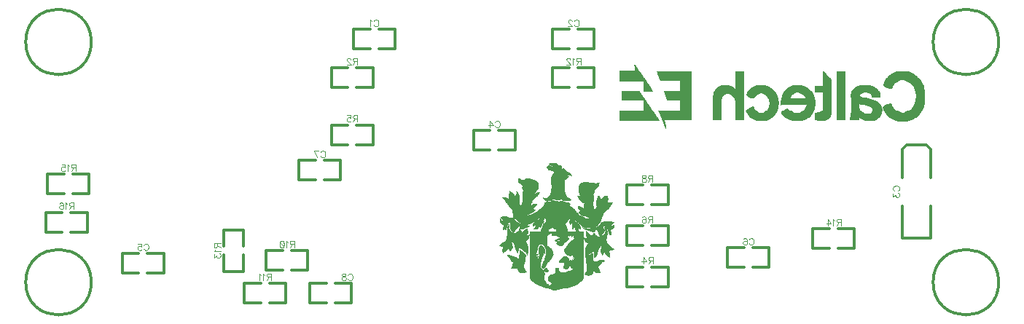
<source format=gbr>
G04 DipTrace 3.3.0.0*
G04 BottomSilk.gbr*
%MOIN*%
G04 #@! TF.FileFunction,Legend,Bot*
G04 #@! TF.Part,Single*
%ADD12C,0.003*%
%ADD29C,0.012*%
%ADD120C,0.004632*%
%FSLAX26Y26*%
G04*
G70*
G90*
G75*
G01*
G04 BotSilk*
%LPD*%
X2300000Y1267500D2*
D29*
X2374993D1*
X2300000Y1357500D2*
X2374993D1*
X2415007D2*
X2490000D1*
X2415007Y1267500D2*
X2490000D1*
X2300000Y1357500D2*
Y1267500D1*
X2490000Y1357500D2*
Y1267500D1*
X3400000Y1357500D2*
X3325007D1*
X3400000Y1267500D2*
X3325007D1*
X3284993D2*
X3210000D1*
X3284993Y1357500D2*
X3210000D1*
X3400000Y1267500D2*
Y1357500D1*
X3210000Y1267500D2*
Y1357500D1*
X4940000Y402500D2*
Y547510D1*
X4810000Y402500D2*
Y547510D1*
X4940000Y677518D2*
Y807483D1*
X4810000Y677518D2*
Y807483D1*
Y402500D2*
X4940000D1*
X4829994Y827500D2*
X4920006D1*
X4810000Y807483D2*
X4829994Y827500D1*
X4940000Y807483D2*
X4920006Y827500D1*
X3037500Y895000D2*
X2962507D1*
X3037500Y805000D2*
X2962507D1*
X2922493D2*
X2847500D1*
X2922493Y895000D2*
X2847500D1*
X3037500Y805000D2*
Y895000D1*
X2847500Y805000D2*
Y895000D1*
X1431249Y332500D2*
X1356256D1*
X1431249Y242500D2*
X1356256D1*
X1316242D2*
X1241249D1*
X1316242Y332500D2*
X1241249D1*
X1431249Y242500D2*
Y332500D1*
X1241249Y242500D2*
Y332500D1*
X4200000Y357500D2*
X4125007D1*
X4200000Y267500D2*
X4125007D1*
X4084993D2*
X4010000D1*
X4084993Y357500D2*
X4010000D1*
X4200000Y267500D2*
Y357500D1*
X4010000Y267500D2*
Y357500D1*
X2050000Y667500D2*
X2124993D1*
X2050000Y757500D2*
X2124993D1*
X2165007D2*
X2240000D1*
X2165007Y667500D2*
X2240000D1*
X2050000Y757500D2*
Y667500D1*
X2240000Y757500D2*
Y667500D1*
X2100000Y105000D2*
X2174993D1*
X2100000Y195000D2*
X2174993D1*
X2215007D2*
X2290000D1*
X2215007Y105000D2*
X2290000D1*
X2100000Y195000D2*
Y105000D1*
X2290000Y195000D2*
Y105000D1*
X2387500Y1182500D2*
X2312507D1*
X2387500Y1092500D2*
X2312507D1*
X2272493D2*
X2197500D1*
X2272493Y1182500D2*
X2197500D1*
X2387500Y1092500D2*
Y1182500D1*
X2197500Y1092500D2*
Y1182500D1*
X3737500Y270000D2*
X3662507D1*
X3737500Y180000D2*
X3662507D1*
X3622493D2*
X3547500D1*
X3622493Y270000D2*
X3547500D1*
X3737500Y180000D2*
Y270000D1*
X3547500Y180000D2*
Y270000D1*
X2387500Y920000D2*
X2312507D1*
X2387500Y830000D2*
X2312507D1*
X2272493D2*
X2197500D1*
X2272493Y920000D2*
X2197500D1*
X2387500Y830000D2*
Y920000D1*
X2197500Y830000D2*
Y920000D1*
X3737500Y457500D2*
X3662507D1*
X3737500Y367500D2*
X3662507D1*
X3622493D2*
X3547500D1*
X3622493Y457500D2*
X3547500D1*
X3737500Y367500D2*
Y457500D1*
X3547500Y367500D2*
Y457500D1*
X3737500Y645000D2*
X3662507D1*
X3737500Y555000D2*
X3662507D1*
X3622493D2*
X3547500D1*
X3622493Y645000D2*
X3547500D1*
X3737500Y555000D2*
Y645000D1*
X3547500Y555000D2*
Y645000D1*
X1900000Y255000D2*
X1974993D1*
X1900000Y345000D2*
X1974993D1*
X2015007D2*
X2090000D1*
X2015007Y255000D2*
X2090000D1*
X1900000Y345000D2*
Y255000D1*
X2090000Y345000D2*
Y255000D1*
X1800000Y105000D2*
X1874993D1*
X1800000Y195000D2*
X1874993D1*
X1915007D2*
X1990000D1*
X1915007Y105000D2*
X1990000D1*
X1800000Y195000D2*
Y105000D1*
X1990000Y195000D2*
Y105000D1*
X3400000Y1182500D2*
X3325007D1*
X3400000Y1092500D2*
X3325007D1*
X3284993D2*
X3210000D1*
X3284993Y1182500D2*
X3210000D1*
X3400000Y1092500D2*
Y1182500D1*
X3210000Y1092500D2*
Y1182500D1*
X1795000Y250000D2*
Y324993D1*
X1705000Y250000D2*
Y324993D1*
Y365007D2*
Y440000D1*
X1795000Y365007D2*
Y440000D1*
X1705000Y250000D2*
X1795000D1*
X1705000Y440000D2*
X1795000D1*
X4400000Y355000D2*
X4474993D1*
X4400000Y445000D2*
X4474993D1*
X4515007D2*
X4590000D1*
X4515007Y355000D2*
X4590000D1*
X4400000Y445000D2*
Y355000D1*
X4590000Y445000D2*
Y355000D1*
X900000Y605000D2*
X974993D1*
X900000Y695000D2*
X974993D1*
X1015007D2*
X1090000D1*
X1015007Y605000D2*
X1090000D1*
X900000Y695000D2*
Y605000D1*
X1090000Y695000D2*
Y605000D1*
X1081251Y520000D2*
X1006258D1*
X1081251Y430000D2*
X1006258D1*
X966244D2*
X891251D1*
X966244Y520000D2*
X891251D1*
X1081251Y430000D2*
Y520000D1*
X891251Y430000D2*
Y520000D1*
X800000Y1300000D2*
G02X800000Y1300000I150000J0D01*
G01*
X4950000D2*
G02X4950000Y1300000I150000J0D01*
G01*
X800000Y200000D2*
G02X800000Y200000I150000J0D01*
G01*
X4950000D2*
G02X4950000Y200000I150000J0D01*
G01*
X3581500Y1197000D2*
D12*
X3584500D1*
X3582897Y1194000D2*
X3586103D1*
X3583864Y1191000D2*
X3588136D1*
X3584682Y1188000D2*
X3590318D1*
X3585594Y1185000D2*
X3592394D1*
X3586441Y1182000D2*
X3594442D1*
X3586994Y1179000D2*
X3596506D1*
X3587284Y1176000D2*
X3598487D1*
X3587420Y1173000D2*
X3600482D1*
X3515500Y1170000D2*
X3602522D1*
X3515500Y1167000D2*
X3604505D1*
X3686500D2*
X3842500D1*
X4046500D2*
X4082500D1*
X4445500D2*
D3*
X4508500D2*
X4544500D1*
X3515500Y1164000D2*
X3606589D1*
X3687526D2*
X3842500D1*
X4046500D2*
X4082500D1*
X4445500D2*
X4448500D1*
X4508500D2*
X4544500D1*
X4781500D2*
X4835500D1*
X3515500Y1161000D2*
X3608905D1*
X3688430D2*
X3842500D1*
X4046500D2*
X4082500D1*
X4445500D2*
X4451500D1*
X4508500D2*
X4544500D1*
X4774127D2*
X4842885D1*
X3515500Y1158000D2*
X3611224D1*
X3689104D2*
X3842500D1*
X4046500D2*
X4082500D1*
X4445500D2*
X4454500D1*
X4508500D2*
X4544500D1*
X4767371D2*
X4849735D1*
X3515500Y1155000D2*
X3613358D1*
X3689792D2*
X3842500D1*
X4046500D2*
X4082500D1*
X4445500D2*
X4457512D1*
X4508500D2*
X4544500D1*
X4761329D2*
X4856054D1*
X3515500Y1152000D2*
X3615428D1*
X3690749D2*
X3842500D1*
X4046500D2*
X4082500D1*
X4445500D2*
X4460605D1*
X4508500D2*
X4544500D1*
X4755971D2*
X4861747D1*
X3515500Y1149000D2*
X3617502D1*
X3691954D2*
X3842500D1*
X4046500D2*
X4082500D1*
X4445500D2*
X4463882D1*
X4508500D2*
X4544500D1*
X4751173D2*
X4866608D1*
X3515500Y1146000D2*
X3619486D1*
X3693229D2*
X3842500D1*
X4046500D2*
X4082500D1*
X4445500D2*
X4467230D1*
X4508500D2*
X4544500D1*
X4746990D2*
X4870650D1*
X3515500Y1143000D2*
X3621481D1*
X3694389D2*
X3842500D1*
X4046500D2*
X4082500D1*
X4445500D2*
X4470375D1*
X4508500D2*
X4544500D1*
X4743627D2*
X4874150D1*
X3515500Y1140000D2*
X3623522D1*
X3695424D2*
X3842500D1*
X4046500D2*
X4082500D1*
X4445500D2*
X4473394D1*
X4508500D2*
X4544500D1*
X4740980D2*
X4877365D1*
X3515500Y1137000D2*
X3625505D1*
X3696486D2*
X3842500D1*
X4046500D2*
X4082500D1*
X4445500D2*
X4476368D1*
X4508500D2*
X4544500D1*
X4738601D2*
X4880451D1*
X3515500Y1134000D2*
X3627589D1*
X3697518D2*
X3842500D1*
X4046500D2*
X4082500D1*
X4445500D2*
X4478768D1*
X4508500D2*
X4544500D1*
X4736165D2*
X4883471D1*
X3515500Y1131000D2*
X3629905D1*
X3698567D2*
X3842500D1*
X4046500D2*
X4082500D1*
X4445500D2*
X4480510D1*
X4508500D2*
X4544500D1*
X4733813D2*
X4886377D1*
X3515500Y1128000D2*
X3632212D1*
X3699910D2*
X3842500D1*
X4046500D2*
X4082500D1*
X4445500D2*
X4481035D1*
X4508500D2*
X4544500D1*
X4731756D2*
X4888999D1*
X3515500Y1125000D2*
X3634253D1*
X3701500D2*
X3842500D1*
X4046500D2*
X4082500D1*
X4445500D2*
X4481308D1*
X4508500D2*
X4544500D1*
X4729968D2*
X4793512D1*
X4822899D2*
X4891270D1*
X3515500Y1122000D2*
X3636046D1*
X3791500D2*
X3842500D1*
X4046500D2*
X4082500D1*
X4445500D2*
X4481427D1*
X4508500D2*
X4544500D1*
X4728347D2*
X4787629D1*
X4830536D2*
X4893395D1*
X3626500Y1119000D2*
X3637783D1*
X3791500D2*
X3842500D1*
X4046500D2*
X4082500D1*
X4445500D2*
X4481474D1*
X4508500D2*
X4544500D1*
X4726889D2*
X4782128D1*
X4837041D2*
X4895478D1*
X3626500Y1116000D2*
X3639716D1*
X3791500D2*
X3842500D1*
X4046500D2*
X4082500D1*
X4445500D2*
X4481491D1*
X4508500D2*
X4544500D1*
X4725654D2*
X4777358D1*
X4842310D2*
X4897376D1*
X3626500Y1113000D2*
X3641958D1*
X3791500D2*
X3842500D1*
X4046500D2*
X4082500D1*
X4445500D2*
X4481497D1*
X4508500D2*
X4544500D1*
X4724591D2*
X4773451D1*
X4846522D2*
X4899086D1*
X3626500Y1110000D2*
X3644244D1*
X3791500D2*
X3842500D1*
X4046500D2*
X4082500D1*
X4445500D2*
X4481499D1*
X4508500D2*
X4544500D1*
X4723531D2*
X4770355D1*
X4849990D2*
X4900674D1*
X3626500Y1107000D2*
X3646366D1*
X3791500D2*
X3842500D1*
X4046500D2*
X4082500D1*
X4445500D2*
X4481500D1*
X4508500D2*
X4544500D1*
X4722633D2*
X4767968D1*
X4852851D2*
X4902119D1*
X3626500Y1104000D2*
X3648431D1*
X3791500D2*
X3842500D1*
X4046500D2*
X4082500D1*
X4445500D2*
X4481500D1*
X4508500D2*
X4544500D1*
X4722011D2*
X4766047D1*
X4855216D2*
X4903348D1*
X3626500Y1101000D2*
X3650503D1*
X3791500D2*
X3842500D1*
X3983500D2*
X4013500D1*
X4046500D2*
X4082500D1*
X4142500D2*
X4178500D1*
X4310500D2*
X4346500D1*
X4445500D2*
X4481500D1*
X4508500D2*
X4544500D1*
X4616500D2*
X4658500D1*
X4722572D2*
X4764374D1*
X4857365D2*
X4904410D1*
X3626500Y1098000D2*
X3652486D1*
X3791500D2*
X3842500D1*
X3975308D2*
X4021804D1*
X4046500D2*
X4082500D1*
X4134565D2*
X4187820D1*
X4301845D2*
X4355820D1*
X4409500D2*
X4481500D1*
X4508500D2*
X4544500D1*
X4607180D2*
X4668169D1*
X4725458D2*
X4762909D1*
X4859366D2*
X4905470D1*
X3626500Y1095000D2*
X3654481D1*
X3791500D2*
X3842500D1*
X3968737D2*
X4028764D1*
X4046500D2*
X4082500D1*
X4127671D2*
X4195575D1*
X4294518D2*
X4363575D1*
X4409500D2*
X4481500D1*
X4508500D2*
X4544500D1*
X4599425D2*
X4676284D1*
X4732036D2*
X4761766D1*
X4860980D2*
X4906390D1*
X3626500Y1092000D2*
X3656522D1*
X3791500D2*
X3842500D1*
X3963583D2*
X4034781D1*
X4046500D2*
X4082500D1*
X4121943D2*
X4201740D1*
X4288482D2*
X4369740D1*
X4409500D2*
X4481500D1*
X4508500D2*
X4544500D1*
X4593260D2*
X4682506D1*
X4739979D2*
X4761031D1*
X4862261D2*
X4906974D1*
X3626500Y1089000D2*
X3658493D1*
X3791500D2*
X3842500D1*
X3959385D2*
X4040500D1*
X4046500D2*
X4082500D1*
X4117199D2*
X4206688D1*
X4283376D2*
X4374688D1*
X4409500D2*
X4481500D1*
X4508500D2*
X4544500D1*
X4588335D2*
X4687199D1*
X4748500D2*
X4760500D1*
X4863522D2*
X4907276D1*
X3626500Y1086000D2*
X3660475D1*
X3791500D2*
X3842500D1*
X3956072D2*
X4082500D1*
X4113266D2*
X4210805D1*
X4279066D2*
X4378805D1*
X4409500D2*
X4481500D1*
X4508500D2*
X4544500D1*
X4584429D2*
X4690966D1*
X4864865D2*
X4907412D1*
X3626500Y1083000D2*
X3662430D1*
X3791500D2*
X3842500D1*
X3953569D2*
X4082500D1*
X4109926D2*
X4214558D1*
X4275654D2*
X4382558D1*
X4409500D2*
X4481500D1*
X4508500D2*
X4544500D1*
X4581441D2*
X4694185D1*
X4866184D2*
X4907467D1*
X3626500Y1080000D2*
X3664089D1*
X3791500D2*
X3842500D1*
X3951585D2*
X4082500D1*
X4107118D2*
X4218095D1*
X4273001D2*
X4386095D1*
X4409500D2*
X4481500D1*
X4508500D2*
X4544500D1*
X4579353D2*
X4696918D1*
X4867260D2*
X4907488D1*
X3524500Y1077000D2*
X3602500D1*
X3626500D2*
X3665500D1*
X3719500D2*
X3842500D1*
X3949881D2*
X4082500D1*
X4104773D2*
X4221213D1*
X4270709D2*
X4389213D1*
X4409500D2*
X4481500D1*
X4508500D2*
X4544500D1*
X4577879D2*
X4699140D1*
X4867933D2*
X4907496D1*
X3524500Y1074000D2*
X3604474D1*
X3719614D2*
X3842500D1*
X3948308D2*
X4082500D1*
X4102631D2*
X4223890D1*
X4268560D2*
X4391890D1*
X4409500D2*
X4481500D1*
X4508500D2*
X4544500D1*
X4576642D2*
X4700993D1*
X4868373D2*
X4907499D1*
X3524500Y1071000D2*
X3606570D1*
X3720010D2*
X3842500D1*
X3946885D2*
X4082500D1*
X4100632D2*
X4226262D1*
X4266637D2*
X4394262D1*
X4409500D2*
X4481500D1*
X4508500D2*
X4544500D1*
X4575651D2*
X4632919D1*
X4644130D2*
X4702640D1*
X4868904D2*
X4907500D1*
X3524500Y1068000D2*
X3608896D1*
X3720835D2*
X3842500D1*
X3945766D2*
X4082500D1*
X4099011D2*
X4228290D1*
X4264919D2*
X4316626D1*
X4339784D2*
X4396290D1*
X4445500D2*
X4481500D1*
X4508500D2*
X4544500D1*
X4575028D2*
X4624308D1*
X4654031D2*
X4704095D1*
X4869682D2*
X4907500D1*
X3524500Y1065000D2*
X3611219D1*
X3721987D2*
X3842500D1*
X3945077D2*
X4082500D1*
X4097657D2*
X4151626D1*
X4172374D2*
X4230054D1*
X4263327D2*
X4311139D1*
X4347037D2*
X4398054D1*
X4445500D2*
X4481500D1*
X4508500D2*
X4544500D1*
X4574603D2*
X4618354D1*
X4661579D2*
X4705227D1*
X4870475D2*
X4907500D1*
X3524500Y1062000D2*
X3613357D1*
X3723240D2*
X3842500D1*
X3944631D2*
X3996101D1*
X4021910D2*
X4082500D1*
X4096173D2*
X4146128D1*
X4177872D2*
X4231663D1*
X4261893D2*
X4306463D1*
X4352812D2*
X4399663D1*
X4445500D2*
X4481500D1*
X4508500D2*
X4544500D1*
X4574000D2*
X4614065D1*
X4664653D2*
X4705909D1*
X4871006D2*
X4907500D1*
X3524500Y1059000D2*
X3615428D1*
X3724393D2*
X3842500D1*
X3944098D2*
X3991452D1*
X4026665D2*
X4082500D1*
X4094500D2*
X4141358D1*
X4182642D2*
X4233115D1*
X4260757D2*
X4302845D1*
X4357206D2*
X4401115D1*
X4445500D2*
X4481500D1*
X4508500D2*
X4544500D1*
X4572916D2*
X4612059D1*
X4666702D2*
X4706251D1*
X4871287D2*
X4907500D1*
X3524500Y1056000D2*
X3617502D1*
X3725426D2*
X3842500D1*
X3943318D2*
X3987842D1*
X4030658D2*
X4082500D1*
X4098553D2*
X4137451D1*
X4186549D2*
X4234347D1*
X4259972D2*
X4300179D1*
X4360512D2*
X4402347D1*
X4445500D2*
X4481500D1*
X4508500D2*
X4544500D1*
X4571500D2*
X4611506D1*
X4668225D2*
X4706403D1*
X4871415D2*
X4907500D1*
X3524500Y1053000D2*
X3619486D1*
X3726487D2*
X3842500D1*
X3942526D2*
X3985190D1*
X4034028D2*
X4082500D1*
X4103543D2*
X4134346D1*
X4189645D2*
X4235410D1*
X4259249D2*
X4298119D1*
X4362972D2*
X4403410D1*
X4445500D2*
X4481500D1*
X4508500D2*
X4544500D1*
X4572885D2*
X4611369D1*
X4669453D2*
X4706466D1*
X4871468D2*
X4907500D1*
X3524500Y1050000D2*
X3621481D1*
X3727509D2*
X3842500D1*
X3941994D2*
X3983248D1*
X4036751D2*
X4082500D1*
X4109319D2*
X4131878D1*
X4192032D2*
X4236470D1*
X4258379D2*
X4296278D1*
X4364819D2*
X4404470D1*
X4445500D2*
X4481500D1*
X4508500D2*
X4544500D1*
X4573746D2*
X4617619D1*
X4670500D2*
X4706500D1*
X4871477D2*
X4907500D1*
X3524500Y1047000D2*
X3623522D1*
X3728475D2*
X3842500D1*
X3941713D2*
X3981905D1*
X4038722D2*
X4082500D1*
X4115380D2*
X4129684D1*
X4193953D2*
X4237390D1*
X4257537D2*
X4294302D1*
X4366129D2*
X4405390D1*
X4445500D2*
X4481500D1*
X4508500D2*
X4544500D1*
X4574182D2*
X4626790D1*
X4871379D2*
X4907500D1*
X3524500Y1044000D2*
X3625505D1*
X3729495D2*
X3842500D1*
X3941585D2*
X3981139D1*
X4040149D2*
X4082500D1*
X4121500D2*
X4127500D1*
X4195626D2*
X4237986D1*
X4256885D2*
X4291991D1*
X4366932D2*
X4405986D1*
X4445500D2*
X4481500D1*
X4508500D2*
X4544500D1*
X4574376D2*
X4638642D1*
X4870999D2*
X4907500D1*
X3524500Y1041000D2*
X3627589D1*
X3730407D2*
X3842500D1*
X3941532D2*
X3980766D1*
X4041380D2*
X4082500D1*
X4197090D2*
X4238393D1*
X4256216D2*
X4406393D1*
X4445500D2*
X4481500D1*
X4508500D2*
X4544500D1*
X4574454D2*
X4651572D1*
X4870282D2*
X4907500D1*
X3524500Y1038000D2*
X3629905D1*
X3731033D2*
X3842500D1*
X3941511D2*
X3980603D1*
X4042470D2*
X4082500D1*
X4198237D2*
X4238911D1*
X4255368D2*
X4406911D1*
X4445500D2*
X4481500D1*
X4508500D2*
X4544500D1*
X4574484D2*
X4663712D1*
X4869513D2*
X4907500D1*
X3524500Y1035000D2*
X3632212D1*
X3731500D2*
X3842500D1*
X3941504D2*
X3980538D1*
X4043461D2*
X4082500D1*
X4199026D2*
X4239685D1*
X4254545D2*
X4407685D1*
X4445500D2*
X4481500D1*
X4508500D2*
X4544500D1*
X4574494D2*
X4674076D1*
X4868978D2*
X4907500D1*
X3626500Y1032000D2*
X3634253D1*
X3791500D2*
X3842500D1*
X3941501D2*
X3980513D1*
X4044489D2*
X4082500D1*
X4199751D2*
X4240475D1*
X4254001D2*
X4408475D1*
X4445500D2*
X4481500D1*
X4508500D2*
X4544500D1*
X4574498D2*
X4682442D1*
X4868594D2*
X4907500D1*
X3626500Y1029000D2*
X3636046D1*
X3791500D2*
X3842500D1*
X3941500D2*
X3980505D1*
X4045397D2*
X4082500D1*
X4200621D2*
X4241006D1*
X4253715D2*
X4409006D1*
X4445500D2*
X4481500D1*
X4508500D2*
X4544500D1*
X4574499D2*
X4689047D1*
X4868085D2*
X4907500D1*
X3626500Y1026000D2*
X3637783D1*
X3791500D2*
X3842500D1*
X3941500D2*
X3980502D1*
X4045977D2*
X4082500D1*
X4201451D2*
X4241287D1*
X4253585D2*
X4409287D1*
X4445500D2*
X4481500D1*
X4508500D2*
X4544500D1*
X4574500D2*
X4694429D1*
X4867302D2*
X4907500D1*
X3626500Y1023000D2*
X3639716D1*
X3791500D2*
X3842500D1*
X3941500D2*
X3980500D1*
X4046277D2*
X4082500D1*
X4201986D2*
X4241415D1*
X4253532D2*
X4409415D1*
X4445500D2*
X4481500D1*
X4508500D2*
X4544500D1*
X4574500D2*
X4698858D1*
X4866407D2*
X4907500D1*
X3626500Y1020000D2*
X3641958D1*
X3791500D2*
X3842500D1*
X3941500D2*
X3980500D1*
X4046412D2*
X4082500D1*
X4202167D2*
X4241457D1*
X4253511D2*
X4409457D1*
X4445500D2*
X4481500D1*
X4508500D2*
X4544500D1*
X4574500D2*
X4702306D1*
X4751500D2*
X4754500D1*
X4865482D2*
X4907500D1*
X3626500Y1017000D2*
X3644244D1*
X3791500D2*
X3842500D1*
X3941500D2*
X3980500D1*
X4046467D2*
X4082500D1*
X4201915D2*
X4241372D1*
X4253504D2*
X4409372D1*
X4445500D2*
X4481500D1*
X4508500D2*
X4544500D1*
X4574500D2*
X4610500D1*
X4620644D2*
X4704884D1*
X4745139D2*
X4756348D1*
X4864377D2*
X4907488D1*
X3626500Y1014000D2*
X3646366D1*
X3791500D2*
X3842500D1*
X3941500D2*
X3980500D1*
X4046488D2*
X4082500D1*
X4201238D2*
X4240997D1*
X4253501D2*
X4408997D1*
X4445500D2*
X4481500D1*
X4508500D2*
X4544500D1*
X4574500D2*
X4610500D1*
X4631783D2*
X4706893D1*
X4738698D2*
X4757966D1*
X4863086D2*
X4907383D1*
X3626500Y1011000D2*
X3648431D1*
X3791500D2*
X3842500D1*
X3941500D2*
X3980500D1*
X4046496D2*
X4082500D1*
X4200384D2*
X4240281D1*
X4253500D2*
D3*
X4371078D2*
X4408281D1*
X4445500D2*
X4481500D1*
X4508500D2*
X4544500D1*
X4574500D2*
X4610500D1*
X4643264D2*
X4708603D1*
X4732492D2*
X4759295D1*
X4861674D2*
X4907000D1*
X3626500Y1008000D2*
X3650503D1*
X3791500D2*
X3842500D1*
X3941500D2*
X3980500D1*
X4046499D2*
X4082500D1*
X4199486D2*
X4239512D1*
X4369218D2*
X4407512D1*
X4445500D2*
X4481500D1*
X4508500D2*
X4544500D1*
X4574500D2*
X4610500D1*
X4653506D2*
X4710094D1*
X4727028D2*
X4760514D1*
X4860119D2*
X4906270D1*
X3626500Y1005000D2*
X3652486D1*
X3791500D2*
X3842500D1*
X3941500D2*
X3980500D1*
X4046500D2*
X4082500D1*
X4124500D2*
D3*
X4198480D2*
X4238989D1*
X4367819D2*
X4406989D1*
X4445500D2*
X4481500D1*
X4508500D2*
X4544500D1*
X4574500D2*
X4610500D1*
X4661507D2*
X4711340D1*
X4722366D2*
X4762089D1*
X4858337D2*
X4905396D1*
X3626500Y1002000D2*
X3654481D1*
X3791500D2*
X3842500D1*
X3941500D2*
X3980500D1*
X4046500D2*
X4082500D1*
X4118500D2*
X4127500D1*
X4197479D2*
X4238700D1*
X4366508D2*
X4406700D1*
X4445500D2*
X4481500D1*
X4508500D2*
X4544500D1*
X4574500D2*
X4610512D1*
X4667090D2*
X4712407D1*
X4720420D2*
X4764221D1*
X4856305D2*
X4904478D1*
X3626500Y999000D2*
X3656522D1*
X3791500D2*
X3842500D1*
X3941500D2*
X3980500D1*
X4046500D2*
X4082500D1*
X4112512D2*
X4128652D1*
X4196510D2*
X4238467D1*
X4365134D2*
X4406467D1*
X4445500D2*
X4481500D1*
X4508500D2*
X4544500D1*
X4574500D2*
X4610617D1*
X4671084D2*
X4713469D1*
X4720279D2*
X4766702D1*
X4854076D2*
X4903376D1*
X3626500Y996000D2*
X3658505D1*
X3791500D2*
X3842500D1*
X3941500D2*
X3980500D1*
X4046500D2*
X4082500D1*
X4106626D2*
X4130046D1*
X4195376D2*
X4238020D1*
X4280500D2*
X4283500D1*
X4363679D2*
X4406020D1*
X4445488D2*
X4481500D1*
X4508500D2*
X4544500D1*
X4574500D2*
X4611011D1*
X4672345D2*
X4714390D1*
X4721227D2*
X4769237D1*
X4851543D2*
X4902086D1*
X3626500Y993000D2*
X3660589D1*
X3791500D2*
X3842500D1*
X3941500D2*
X3980500D1*
X4046500D2*
X4082500D1*
X4101090D2*
X4131833D1*
X4193961D2*
X4237176D1*
X4275526D2*
X4286614D1*
X4361996D2*
X4405176D1*
X4445383D2*
X4481500D1*
X4508500D2*
X4544500D1*
X4574500D2*
X4611847D1*
X4673004D2*
X4714963D1*
X4722442D2*
X4771837D1*
X4848577D2*
X4900674D1*
X3626500Y990000D2*
X3662905D1*
X3791500D2*
X3842500D1*
X3941500D2*
X3980500D1*
X4046500D2*
X4082500D1*
X4096115D2*
X4134126D1*
X4192047D2*
X4236017D1*
X4270442D2*
X4290022D1*
X4359722D2*
X4404005D1*
X4444989D2*
X4481500D1*
X4508500D2*
X4544500D1*
X4574500D2*
X4613127D1*
X4673195D2*
X4715159D1*
X4723823D2*
X4774910D1*
X4844883D2*
X4899119D1*
X3515500Y987000D2*
X3665224D1*
X3692500D2*
X3842500D1*
X3941500D2*
X3980500D1*
X4046500D2*
X4082500D1*
X4091500D2*
X4136883D1*
X4189262D2*
X4234761D1*
X4265245D2*
X4293970D1*
X4356567D2*
X4402656D1*
X4444048D2*
X4481500D1*
X4508500D2*
X4544500D1*
X4574500D2*
X4614986D1*
X4672909D2*
X4714912D1*
X4725286D2*
X4778988D1*
X4840048D2*
X4897348D1*
X3515500Y984000D2*
X3667358D1*
X3693999D2*
X3842500D1*
X3941500D2*
X3980500D1*
X4046500D2*
X4082500D1*
X4093360D2*
X4140190D1*
X4185410D2*
X4233596D1*
X4260550D2*
X4298674D1*
X4352668D2*
X4401213D1*
X4442604D2*
X4481500D1*
X4508500D2*
X4544500D1*
X4574500D2*
X4617750D1*
X4672006D2*
X4714249D1*
X4726865D2*
X4784829D1*
X4833818D2*
X4895410D1*
X3515500Y981000D2*
X3669428D1*
X3695257D2*
X3842500D1*
X3941500D2*
X3980500D1*
X4046500D2*
X4082500D1*
X4095083D2*
X4144150D1*
X4180653D2*
X4232457D1*
X4256621D2*
X4304294D1*
X4348230D2*
X4399727D1*
X4436059D2*
X4481500D1*
X4508500D2*
X4544500D1*
X4574488D2*
X4621594D1*
X4670317D2*
X4713489D1*
X4728646D2*
X4792985D1*
X4826086D2*
X4893470D1*
X3515500Y978000D2*
X3671502D1*
X3696517D2*
X3842500D1*
X3941500D2*
X3980500D1*
X4046500D2*
X4082500D1*
X4096795D2*
X4148500D1*
X4175500D2*
X4231014D1*
X4255149D2*
X4310500D1*
X4343500D2*
X4398139D1*
X4424457D2*
X4481500D1*
X4508500D2*
X4544500D1*
X4574383D2*
X4626348D1*
X4667703D2*
X4712868D1*
X4730588D2*
X4802500D1*
X4817500D2*
X4891402D1*
X3515500Y975000D2*
X3673486D1*
X3697874D2*
X3842500D1*
X3941500D2*
X3980500D1*
X4046500D2*
X4082500D1*
X4098720D2*
X4229261D1*
X4255474D2*
X4396356D1*
X4409500D2*
X4481488D1*
X4508500D2*
X4544500D1*
X4574000D2*
X4631500D1*
X4664500D2*
X4712199D1*
X4732530D2*
X4889080D1*
X3515500Y972000D2*
X3675481D1*
X3699300D2*
X3842500D1*
X3941500D2*
X3980500D1*
X4046500D2*
X4082500D1*
X4100959D2*
X4227409D1*
X4256999D2*
X4394413D1*
X4409500D2*
X4481383D1*
X4508500D2*
X4544500D1*
X4573282D2*
X4711248D1*
X4734610D2*
X4886658D1*
X3515500Y969000D2*
X3677522D1*
X3700759D2*
X3842500D1*
X3941500D2*
X3980500D1*
X4046500D2*
X4082500D1*
X4103244D2*
X4225367D1*
X4258812D2*
X4392471D1*
X4409500D2*
X4481000D1*
X4508500D2*
X4544500D1*
X4572513D2*
X4710033D1*
X4737025D2*
X4884130D1*
X3515500Y966000D2*
X3679505D1*
X3702150D2*
X3842500D1*
X3941500D2*
X3980500D1*
X4046500D2*
X4082500D1*
X4105378D2*
X4222966D1*
X4261172D2*
X4390379D1*
X4409500D2*
X4480270D1*
X4508500D2*
X4544500D1*
X4571990D2*
X4708654D1*
X4739724D2*
X4881236D1*
X3515500Y963000D2*
X3681589D1*
X3703360D2*
X3842500D1*
X3941500D2*
X3980500D1*
X4046500D2*
X4082500D1*
X4107560D2*
X4220261D1*
X4264278D2*
X4387857D1*
X4409500D2*
X4479384D1*
X4508500D2*
X4544500D1*
X4571700D2*
X4707100D1*
X4742600D2*
X4878000D1*
X3515500Y960000D2*
X3683905D1*
X3704426D2*
X3842500D1*
X3941500D2*
X3980500D1*
X4046500D2*
X4082500D1*
X4110119D2*
X4217293D1*
X4267836D2*
X4384765D1*
X4409500D2*
X4478361D1*
X4508500D2*
X4544500D1*
X4571467D2*
X4705229D1*
X4745650D2*
X4874645D1*
X3515500Y957000D2*
X3686224D1*
X3705588D2*
X3842500D1*
X3941500D2*
X3980500D1*
X4046500D2*
X4082500D1*
X4113239D2*
X4213944D1*
X4271624D2*
X4381065D1*
X4409500D2*
X4476853D1*
X4508500D2*
X4544500D1*
X4571032D2*
X4702898D1*
X4749035D2*
X4870997D1*
X3515500Y954000D2*
X3688358D1*
X3706890D2*
X3842500D1*
X3941500D2*
X3980500D1*
X4046500D2*
X4082500D1*
X4117061D2*
X4210012D1*
X4275810D2*
X4376828D1*
X4409500D2*
X4474598D1*
X4508500D2*
X4544500D1*
X4570293D2*
X4700111D1*
X4752980D2*
X4866694D1*
X3515500Y951000D2*
X3690420D1*
X3708204D2*
X3842500D1*
X3941500D2*
X3980500D1*
X4046500D2*
X4082500D1*
X4121775D2*
X4205253D1*
X4280797D2*
X4371880D1*
X4409500D2*
X4471308D1*
X4508500D2*
X4544500D1*
X4569509D2*
X4607500D1*
X4619623D2*
X4696649D1*
X4757745D2*
X4861546D1*
X3515500Y948000D2*
X3692409D1*
X3709380D2*
X3842500D1*
X3941500D2*
X3980500D1*
X4046500D2*
X4082500D1*
X4127694D2*
X4199316D1*
X4287245D2*
X4365697D1*
X4409500D2*
X4466365D1*
X4508500D2*
X4544500D1*
X4568937D2*
X4607500D1*
X4626089D2*
X4692039D1*
X4763703D2*
X4855410D1*
X3515500Y945000D2*
X3694082D1*
X3710433D2*
X3842500D1*
X3941500D2*
X3980500D1*
X4046500D2*
X4082500D1*
X4134818D2*
X4192186D1*
X4295420D2*
X4358029D1*
X4409500D2*
X4459474D1*
X4508500D2*
X4544500D1*
X4568500D2*
X4607500D1*
X4633115D2*
X4686119D1*
X4770950D2*
X4847945D1*
X3515500Y942000D2*
X3695500D1*
X3711591D2*
X3718910D1*
X4142500D2*
X4184500D1*
X4304500D2*
X4349500D1*
X4427500D2*
X4451500D1*
X4640500D2*
X4679500D1*
X4779057D2*
X4839086D1*
X3712891Y939000D2*
X3720665D1*
X4787500D2*
X4829500D1*
X3714205Y936000D2*
X3721670D1*
X3715380Y933000D2*
X3722169D1*
X3716421Y930000D2*
X3722485D1*
X3717485Y927000D2*
X3722951D1*
X3718509Y924000D2*
X3723701D1*
X3719486Y921000D2*
X3724481D1*
X3720611Y918000D2*
X3725009D1*
X3721901Y915000D2*
X3725288D1*
X3723225Y912000D2*
X3725416D1*
X3724434Y909000D2*
X3725470D1*
X3725500Y906000D2*
D3*
X3199000Y747000D2*
X3205000D1*
X3217000D2*
X3223000D1*
X3195812Y744000D2*
X3211000D1*
X3217000D2*
X3226796D1*
X3193000Y741000D2*
X3229853D1*
X3197594Y738000D2*
X3231064D1*
X3193000Y735000D2*
X3196000D1*
X3202000D2*
X3247000D1*
X3187000Y732000D2*
X3202000D1*
X3208000D2*
X3247466D1*
X3181000Y729000D2*
X3248235D1*
X3183525Y726000D2*
X3249135D1*
X3185687Y723000D2*
X3250000D1*
X3256000D2*
X3259000D1*
X3187716Y720000D2*
X3260963D1*
X3189934Y717000D2*
X3262964D1*
X3196408Y714000D2*
X3265060D1*
X3206914Y711000D2*
X3267470D1*
X3220000Y708000D2*
X3271109D1*
X3217114Y705000D2*
X3276499D1*
X3214510Y702000D2*
X3282542D1*
X3212335Y699000D2*
X3287721D1*
X3210498Y696000D2*
X3291919D1*
X3208857Y693000D2*
X3293651D1*
X3207393Y690000D2*
X3268000D1*
X3292000D2*
X3295000D1*
X3206156Y687000D2*
X3259000D1*
X3265000D2*
X3283000D1*
X3205091Y684000D2*
X3281699D1*
X3204031Y681000D2*
X3280058D1*
X3055000Y678000D2*
D3*
X3203110D2*
X3276190D1*
X3053615Y675000D2*
X3058000D1*
X3088000D2*
X3100000D1*
X3202526D2*
X3271400D1*
X3052754Y672000D2*
X3061000D1*
X3082000D2*
X3112798D1*
X3202224D2*
X3267124D1*
X3052329Y669000D2*
X3122604D1*
X3202088D2*
X3263909D1*
X3052253Y666000D2*
X3129554D1*
X3202033D2*
X3262899D1*
X3052663Y663000D2*
X3134417D1*
X3202012D2*
X3262372D1*
X3053757Y660000D2*
X3137798D1*
X3202016D2*
X3262142D1*
X3352000D2*
X3361000D1*
X3055480Y657000D2*
X3140314D1*
X3202119D2*
X3262051D1*
X3344960D2*
X3380969D1*
X3057881Y654000D2*
X3141298D1*
X3202500D2*
X3262018D1*
X3339771D2*
X3400000D1*
X3412000D2*
X3421000D1*
X3061562Y651000D2*
X3142152D1*
X3203218D2*
X3262006D1*
X3336288D2*
X3419615D1*
X3066851Y648000D2*
X3143071D1*
X3203987D2*
X3262002D1*
X3333871D2*
X3418742D1*
X3073000Y645000D2*
X3143820D1*
X3204510D2*
X3262001D1*
X3331995D2*
X3418189D1*
X3071615Y642000D2*
X3143993D1*
X3204789D2*
X3262000D1*
X3330453D2*
X3417461D1*
X3070765Y639000D2*
X3143553D1*
X3204904D2*
X3262000D1*
X3329289D2*
X3416321D1*
X3070435Y636000D2*
X3142810D1*
X3204851D2*
X3262000D1*
X3328596D2*
X3412928D1*
X3070635Y633000D2*
X3141946D1*
X3204489D2*
X3262000D1*
X3328250D2*
X3408665D1*
X3071381Y630000D2*
X3140853D1*
X3203778D2*
X3262000D1*
X3328098D2*
X3404761D1*
X3072491Y627000D2*
X3139476D1*
X3203012D2*
X3262012D1*
X3328036D2*
X3401794D1*
X3073617Y624000D2*
X3137791D1*
X3202489D2*
X3262117D1*
X3328025D2*
X3400846D1*
X3074550Y621000D2*
X3135888D1*
X3202200D2*
X3262500D1*
X3328122D2*
X3400339D1*
X3013000Y618000D2*
D3*
X3074265D2*
X3133962D1*
X3201967D2*
X3263218D1*
X3328513D2*
X3400017D1*
X3012536Y615000D2*
X3016000D1*
X3043000D2*
X3046000D1*
X3073670D2*
X3131896D1*
X3201532D2*
X3263999D1*
X3329336D2*
X3399537D1*
X3011793Y612000D2*
X3020128D1*
X3046000D2*
X3048525D1*
X3072899D2*
X3129529D1*
X3145000D2*
X3148000D1*
X3200793D2*
X3264628D1*
X3330487D2*
X3398672D1*
X3011004Y609000D2*
X3024294D1*
X3044492D2*
X3050664D1*
X3071971D2*
X3127000D1*
X3133000D2*
X3146397D1*
X3200005D2*
X3265300D1*
X3331740D2*
X3397421D1*
X3010373Y606000D2*
X3028145D1*
X3043161D2*
X3052387D1*
X3071202D2*
X3144364D1*
X3199362D2*
X3266251D1*
X3332902D2*
X3395823D1*
X3009712Y603000D2*
X3031322D1*
X3041677D2*
X3053644D1*
X3071016D2*
X3142182D1*
X3198595D2*
X3267455D1*
X3334018D2*
X3394000D1*
X3008878Y600000D2*
X3034000D1*
X3040000D2*
X3054378D1*
X3071439D2*
X3140094D1*
X3197343D2*
X3268729D1*
X3335392D2*
X3395385D1*
X3457000D2*
D3*
X3008162Y597000D2*
X3054752D1*
X3072075D2*
X3137941D1*
X3195574D2*
X3269913D1*
X3322000D2*
X3331000D1*
X3337000D2*
X3396246D1*
X3418000D2*
D3*
X3452511D2*
X3457000D1*
X3008003Y594000D2*
X3055016D1*
X3072543D2*
X3135482D1*
X3193324D2*
X3271206D1*
X3323499D2*
X3396682D1*
X3416860D2*
X3421000D1*
X3447873D2*
X3458037D1*
X3008460Y591000D2*
X3055462D1*
X3072800D2*
X3132666D1*
X3190403D2*
X3272899D1*
X3324757D2*
X3396864D1*
X3415583D2*
X3422947D1*
X3443518D2*
X3459036D1*
X2980000Y588000D2*
X2992000D1*
X3009218D2*
X3056193D1*
X3072920D2*
X3129415D1*
X3166000D2*
D3*
X3187000D2*
X3277200D1*
X3326029D2*
X3396837D1*
X3414283D2*
X3424927D1*
X3439638D2*
X3459975D1*
X2982988Y585000D2*
X3004000D1*
X3010000D2*
X3056866D1*
X3072970D2*
X3125750D1*
X3167198D2*
X3282416D1*
X3327503D2*
X3396484D1*
X3413115D2*
X3427000D1*
X3436000D2*
X3460882D1*
X2985883Y582000D2*
X3057009D1*
X3072989D2*
X3122001D1*
X3168626D2*
X3287468D1*
X3329428D2*
X3395776D1*
X3412077D2*
X3461646D1*
X2988500Y579000D2*
X3056570D1*
X3072996D2*
X3118483D1*
X3171748D2*
X3205000D1*
X3223000D2*
X3244000D1*
X3253000D2*
X3292000D1*
X3332117D2*
X3395011D1*
X3411026D2*
X3461310D1*
X2990770Y576000D2*
X3055929D1*
X3072987D2*
X3115192D1*
X3178780D2*
X3202000D1*
X3256000D2*
X3286000D1*
X3335590D2*
X3394489D1*
X3410108D2*
X3460679D1*
X2992896Y573000D2*
X3055458D1*
X3072882D2*
X3112000D1*
X3187000D2*
D3*
X3202000D2*
X3232000D1*
X3241000D2*
X3250000D1*
X3339598D2*
X3394211D1*
X3409525D2*
X3459814D1*
X2994990Y570000D2*
X3055212D1*
X3072489D2*
X3115000D1*
X3181356D2*
X3261767D1*
X3343882D2*
X3394072D1*
X3409224D2*
X3458548D1*
X2996982Y567000D2*
X3055197D1*
X3071665D2*
X3112230D1*
X3177135D2*
X3271938D1*
X3348288D2*
X3393914D1*
X3409088D2*
X3457000D1*
X3481000D2*
X3484000D1*
X2998980Y564000D2*
X3055530D1*
X3070502D2*
X3110179D1*
X3174004D2*
X3279796D1*
X3352649D2*
X3393523D1*
X3409033D2*
X3482397D1*
X3001022Y561000D2*
X3056229D1*
X3069145D2*
X3109551D1*
X3172837D2*
X3285057D1*
X3356755D2*
X3392903D1*
X3409023D2*
X3480364D1*
X3003005Y558000D2*
X3056999D1*
X3067626D2*
X3109211D1*
X3124000D2*
X3136000D1*
X3171778D2*
X3289000D1*
X3352000D2*
X3355000D1*
X3360475D2*
X3392514D1*
X3409130D2*
X3478182D1*
X3005101Y555000D2*
X3057565D1*
X3065899D2*
X3109000D1*
X3115000D2*
X3134385D1*
X3170311D2*
X3283000D1*
X3352911D2*
X3358000D1*
X3364000D2*
X3392720D1*
X3409591D2*
X3476094D1*
X3007522Y552000D2*
X3058000D1*
X3064000D2*
X3132235D1*
X3168224D2*
X3286464D1*
X3353665D2*
X3393316D1*
X3410616D2*
X3473941D1*
X3010223Y549000D2*
X3129565D1*
X3165676D2*
X3290219D1*
X3325000D2*
X3328000D1*
X3353306D2*
X3394096D1*
X3412000D2*
X3471506D1*
X3013088Y546000D2*
X3126374D1*
X3162874D2*
X3294090D1*
X3325464D2*
X3337375D1*
X3352676D2*
X3395066D1*
X3410053D2*
X3468900D1*
X3016021Y543000D2*
X3122709D1*
X3159954D2*
X3297892D1*
X3326219D2*
X3346000D1*
X3352000D2*
X3396071D1*
X3408073D2*
X3466414D1*
X3018883Y540000D2*
X3118846D1*
X3156972D2*
X3301507D1*
X3327125D2*
X3397000D1*
X3406000D2*
X3464174D1*
X3021376Y537000D2*
X3115000D1*
X3153877D2*
X3304685D1*
X3328263D2*
X3461859D1*
X3023155Y534000D2*
X3124000D1*
X3130000D2*
D3*
X3150499D2*
X3307480D1*
X3329809D2*
X3458995D1*
X3024179Y531000D2*
X3130000D1*
X3146770D2*
X3310138D1*
X3333189D2*
X3455464D1*
X3024773Y528000D2*
X3126399D1*
X3142895D2*
X3312496D1*
X3337000D2*
X3451546D1*
X3025367Y525000D2*
X3122036D1*
X3138967D2*
X3314216D1*
X3332219D2*
X3447751D1*
X3026169Y522000D2*
X3116529D1*
X3134747D2*
X3315265D1*
X3328000D2*
X3444560D1*
X3026982Y519000D2*
X3109728D1*
X3129910D2*
X3322000D1*
X3330089D2*
X3442174D1*
X3027622Y516000D2*
X3101910D1*
X3123826D2*
X3324291D1*
X3332615D2*
X3440481D1*
X3028286Y513000D2*
X3094132D1*
X3115448D2*
X3326963D1*
X3336117D2*
X3439206D1*
X3029122Y510000D2*
X3087567D1*
X3104125D2*
X3330050D1*
X3341080D2*
X3437960D1*
X3029830Y507000D2*
X3082000D1*
X3091000D2*
X3333523D1*
X3347984D2*
X3436627D1*
X3030199Y504000D2*
X3337435D1*
X3356442D2*
X3435301D1*
X2983000Y501000D2*
X2992000D1*
X3029260D2*
X3342282D1*
X3364943D2*
X3434122D1*
X2971000Y498000D2*
X3007000D1*
X3028000D2*
X3348315D1*
X3372363D2*
X3433079D1*
X2974000Y495000D2*
X3031000D1*
X3037000D2*
X3355000D1*
X3379000D2*
X3432015D1*
X2968000Y492000D2*
D3*
X2977000D2*
X3142000D1*
X3151000D2*
X3169601D1*
X3177296D2*
X3430992D1*
X2968000Y489000D2*
X2971000D1*
X2980000D2*
X3034000D1*
X3043951D2*
X3139000D1*
X3145000D2*
X3167608D1*
X3179075D2*
X3283000D1*
X3288536D2*
X3430014D1*
X2968000Y486000D2*
X2974000D1*
X2983000D2*
X3037000D1*
X3045661D2*
X3166991D1*
X3179042D2*
X3280012D1*
X3287793D2*
X3428889D1*
X2968012Y483000D2*
X3040000D1*
X3048108D2*
X3167362D1*
X3178566D2*
X3277117D1*
X3287016D2*
X3307464D1*
X3316000D2*
X3427590D1*
X2968129Y480000D2*
X3043012D1*
X3051201D2*
X3167598D1*
X3177735D2*
X3274500D1*
X3286502D2*
X3311208D1*
X3319000D2*
X3426187D1*
X3451000D2*
X3475000D1*
X2968640Y477000D2*
X3046129D1*
X3054921D2*
X3120513D1*
X3127114D2*
X3167311D1*
X3176330D2*
X3272219D1*
X3286329D2*
X3314992D1*
X3322000D2*
X3424725D1*
X3433000D2*
X3482594D1*
X2969611Y474000D2*
X3010000D1*
X3016000D2*
X3049640D1*
X3059157D2*
X3116464D1*
X3124510D2*
X3166683D1*
X3174351D2*
X3269995D1*
X3286586D2*
X3318563D1*
X3325000D2*
X3423231D1*
X3431848D2*
X3490000D1*
X2972493Y471000D2*
X3007000D1*
X3016000D2*
X3054057D1*
X3064033D2*
X3111005D1*
X3122347D2*
X3157452D1*
X3161695D2*
X3166000D1*
X3172181D2*
X3267564D1*
X3287277D2*
X3322000D1*
X3328000D2*
X3421629D1*
X3430454D2*
X3486534D1*
X2976744Y468000D2*
X3004000D1*
X3010000D2*
D3*
X3016000D2*
X3060343D1*
X3069741D2*
X3102280D1*
X3120615D2*
X3158078D1*
X3165467D2*
X3265000D1*
X3288149D2*
X3292000D1*
X3298000D2*
X3419727D1*
X3428667D2*
X3482765D1*
X2982487Y465000D2*
X3010000D1*
X3016000D2*
X3070305D1*
X3076000D2*
X3088995D1*
X3119348D2*
X3158653D1*
X3166961D2*
X3267422D1*
X3289000D2*
D3*
X3298000D2*
X3327988D1*
X3334452D2*
X3417296D1*
X3426374D2*
X3478865D1*
X3490000D2*
D3*
X2989000Y462000D2*
X3001552D1*
X3007552D2*
X3009988D1*
X3016000D2*
X3085184D1*
X3118560D2*
X3157861D1*
X3165432D2*
X3269282D1*
X3298000D2*
X3330871D1*
X3338090D2*
X3414251D1*
X3423614D2*
X3475000D1*
X3487000D2*
X3490000D1*
X2986590Y459000D2*
X2999604D1*
X3005604D2*
X3009874D1*
X3016000D2*
X3103000D1*
X3118000D2*
X3124000D1*
X3133012D2*
X3156566D1*
X3163862D2*
X3270669D1*
X3298000D2*
X3333372D1*
X3341473D2*
X3410658D1*
X3420166D2*
X3439012D1*
X3444760D2*
X3489874D1*
X2984835Y456000D2*
X2998000D1*
X3004000D2*
X3009410D1*
X3016000D2*
X3051639D1*
X3057988D2*
X3097103D1*
X3130129D2*
X3155224D1*
X3162309D2*
X3271875D1*
X3298000D2*
X3335154D1*
X3344186D2*
X3406828D1*
X3414983D2*
X3439129D1*
X3449874D2*
X3489372D1*
X2983830Y453000D2*
X3008385D1*
X3016000D2*
X3048186D1*
X3057883D2*
X3089242D1*
X3127628D2*
X3141631D1*
X3151000D2*
X3154000D1*
X3160787D2*
X3272866D1*
X3298000D2*
X3336170D1*
X3346419D2*
X3346000D1*
X3352645D2*
X3403000D1*
X3405850D2*
X3439617D1*
X3445000D2*
X3448000D1*
X3453924D2*
X3488142D1*
X2983343Y450000D2*
X2995000D1*
X3001000D2*
X3007000D1*
X3016012D2*
X3044863D1*
X3057500D2*
X3079809D1*
X3125835D2*
X3140805D1*
X3159379D2*
X3199704D1*
X3213399D2*
X3273579D1*
X3298000D2*
X3304000D1*
X3313000D2*
X3321525D1*
X3328000D2*
X3336682D1*
X3350594D2*
X3352000D1*
X3358000D2*
X3361000D1*
X3391142D2*
X3440718D1*
X3446848D2*
X3450874D1*
X3457050D2*
X3486049D1*
X2983132Y447000D2*
X2995000D1*
X3001000D2*
X3008511D1*
X3016129D2*
X3041888D1*
X3056782D2*
X3070800D1*
X3091000D2*
D3*
X3124754D2*
X3137298D1*
X3158264D2*
X3195346D1*
X3218036D2*
X3274271D1*
X3298000D2*
X3301000D1*
X3313012D2*
X3323664D1*
X3334000D2*
X3337000D1*
X3352302D2*
X3361000D1*
X3373000D2*
X3442205D1*
X3448454D2*
X3453372D1*
X3459517D2*
X3483154D1*
X2983046Y444000D2*
X2995000D1*
X3001000D2*
X3009874D1*
X3016640D2*
X3039581D1*
X3055989D2*
X3063744D1*
X3087886D2*
X3091000D1*
X3124000D2*
X3133000D1*
X3157588D2*
X3192177D1*
X3221541D2*
X3275128D1*
X3313129D2*
X3325387D1*
X3356778D2*
X3443498D1*
X3449667D2*
X3455165D1*
X3461244D2*
X3479622D1*
X2983000Y441000D2*
X2986000D1*
X2992000D2*
X2995000D1*
X3001000D2*
X3011529D1*
X3017611D2*
X3038161D1*
X3055232D2*
X3058000D1*
X3084499D2*
X3092140D1*
X3157248D2*
X3189958D1*
X3224204D2*
X3275954D1*
X3313628D2*
X3326644D1*
X3363451D2*
X3444287D1*
X3450385D2*
X3456284D1*
X3462319D2*
X3475816D1*
X3001012Y438000D2*
X3013706D1*
X3020330D2*
X3037125D1*
X3054331D2*
X3061501D1*
X3080755D2*
X3093406D1*
X3157097D2*
X3188480D1*
X3225136D2*
X3276501D1*
X3314835D2*
X3327381D1*
X3372441D2*
X3402448D1*
X3411886D2*
X3444587D1*
X3450731D2*
X3457155D1*
X3463170D2*
X3472000D1*
X3001117Y435000D2*
X3016274D1*
X3023910D2*
X3035926D1*
X3051508D2*
X3064468D1*
X3076862D2*
X3094588D1*
X3157034D2*
X3187606D1*
X3225661D2*
X3276803D1*
X3316754D2*
X3327761D1*
X3364000D2*
D3*
X3382931D2*
X3401396D1*
X3414490D2*
X3444373D1*
X3450771D2*
X3458074D1*
X3464091D2*
X3473385D1*
X3001488Y432000D2*
X3019000D1*
X3028000D2*
X3032348D1*
X3047546D2*
X3067000D1*
X3073000D2*
X3095546D1*
X3106000D2*
X3349000D1*
X3363536D2*
X3367000D1*
X3394000D2*
X3400000D1*
X3416653D2*
X3443610D1*
X3450346D2*
X3458821D1*
X3464952D2*
X3474246D1*
X3002101Y429000D2*
X3028000D1*
X3043000D2*
X3095149D1*
X3105977D2*
X3349000D1*
X3362793D2*
X3370000D1*
X3418384D2*
X3442346D1*
X3449246D2*
X3458994D1*
X3465620D2*
X3474682D1*
X3002488Y426000D2*
X3094159D1*
X3105748D2*
X3349000D1*
X3362016D2*
X3373000D1*
X3397000D2*
X3400000D1*
X3419643D2*
X3440386D1*
X3447533D2*
X3458565D1*
X3466373D2*
X3474876D1*
X3002292Y423000D2*
X3092561D1*
X3105203D2*
X3193716D1*
X3205000D2*
X3349000D1*
X3361490D2*
X3376000D1*
X3395396D2*
X3401615D1*
X3420380D2*
X3437199D1*
X3445244D2*
X3457927D1*
X3467535D2*
X3474957D1*
X3001801Y420000D2*
X3090407D1*
X3102865D2*
X3189463D1*
X3205000D2*
X3349000D1*
X3361223D2*
X3379000D1*
X3393323D2*
X3403754D1*
X3420761D2*
X3432530D1*
X3442008D2*
X3457446D1*
X3469000D2*
X3475000D1*
X3001394Y417000D2*
X3088000D1*
X3100000D2*
X3186192D1*
X3223000D2*
X3349012D1*
X3361213D2*
X3382000D1*
X3391000D2*
X3406317D1*
X3421000D2*
X3427000D1*
X3437634D2*
X3457083D1*
X3001063Y414000D2*
X3184941D1*
X3227039D2*
X3289000D1*
X3295000D2*
X3349126D1*
X3361659D2*
X3409116D1*
X3432473D2*
X3456581D1*
X3000573Y411000D2*
X3099988D1*
X3106000D2*
X3183947D1*
X3232382D2*
X3280000D1*
X3286000D2*
D3*
X3295000D2*
X3298000D1*
X3304229D2*
X3349590D1*
X3362846D2*
X3412000D1*
X3427000D2*
X3455812D1*
X2999810Y408000D2*
X3099871D1*
X3106000D2*
X3182967D1*
X3238240D2*
X3277000D1*
X3295000D2*
D3*
X3304727D2*
X3350615D1*
X3364757D2*
X3455024D1*
X2999011Y405000D2*
X3099372D1*
X3106000D2*
X3182202D1*
X3244000D2*
X3278947D1*
X3306422D2*
X3352000D1*
X3367000D2*
X3454493D1*
X2998376Y402000D2*
X3098142D1*
X3106000D2*
X3181806D1*
X3238794D2*
X3280927D1*
X3308259D2*
X3454213D1*
X2997701Y399000D2*
X3096049D1*
X3106000D2*
X3182743D1*
X3232415D2*
X3283000D1*
X3310000D2*
X3454085D1*
X2996726Y396000D2*
X3093154D1*
X3106000D2*
X3184000D1*
X3225938D2*
X3279536D1*
X3303216D2*
X3349000D1*
X3355578D2*
X3454032D1*
X2995287Y393000D2*
X3089622D1*
X3106000D2*
X3182615D1*
X3220000D2*
X3229000D1*
X3241000D2*
X3275793D1*
X3297706D2*
X3349000D1*
X3356730D2*
X3454023D1*
X2993038Y390000D2*
X3085816D1*
X3106000D2*
X3181754D1*
X3224554D2*
X3272016D1*
X3293647D2*
X3349000D1*
X3358460D2*
X3454121D1*
X2989652Y387000D2*
X3082000D1*
X3106000D2*
X3181318D1*
X3228541D2*
X3268502D1*
X3290674D2*
X3349000D1*
X3360752D2*
X3454513D1*
X2985407Y384000D2*
X3019464D1*
X3024296D2*
X3084886D1*
X3106000D2*
X3181136D1*
X3232000D2*
X3265329D1*
X3288060D2*
X3349000D1*
X3363972D2*
X3455347D1*
X2980797Y381000D2*
X3020219D1*
X3028654D2*
X3087490D1*
X3106000D2*
X3181163D1*
X3228812D2*
X3262584D1*
X3285205D2*
X3349000D1*
X3368235D2*
X3456627D1*
X2976069Y378000D2*
X3021101D1*
X3031823D2*
X3089653D1*
X3106000D2*
X3181518D1*
X3226000D2*
X3260250D1*
X3282210D2*
X3349000D1*
X3373000D2*
X3458474D1*
X2971630Y375000D2*
X3022009D1*
X3034041D2*
X3091396D1*
X3106000D2*
X3182251D1*
X3230396D2*
X3258007D1*
X3279654D2*
X3349000D1*
X3370012D2*
X3461122D1*
X2968016Y372000D2*
X3023006D1*
X3035511D2*
X3092760D1*
X3106000D2*
X3145126D1*
X3165988D2*
X3183140D1*
X3234323D2*
X3255568D1*
X3277678D2*
X3349000D1*
X3367129D2*
X3464478D1*
X2965000Y369000D2*
X3023903D1*
X3036329D2*
X3093877D1*
X3106000D2*
X3142628D1*
X3151000D2*
X3160000D1*
X3168883D2*
X3184000D1*
X3190000D2*
D3*
X3238000D2*
X3253000D1*
X3275816D2*
X3349000D1*
X3364617D2*
X3468100D1*
X2975594Y366000D2*
X3024467D1*
X3036735D2*
X3094958D1*
X3106000D2*
X3140846D1*
X3149152D2*
X3162886D1*
X3171489D2*
X3190000D1*
X3273867D2*
X3349000D1*
X3362729D2*
X3427012D1*
X3432988D2*
X3471665D1*
X2986000Y363000D2*
X3024660D1*
X3037010D2*
X3095886D1*
X3106000D2*
X3139834D1*
X3147546D2*
X3165490D1*
X3173653D2*
X3193348D1*
X3271847D2*
X3349000D1*
X3361334D2*
X3424129D1*
X3432883D2*
X3475301D1*
X2983590Y360000D2*
X3024401D1*
X3037460D2*
X3096473D1*
X3106000D2*
X3139344D1*
X3146333D2*
X3167653D1*
X3175384D2*
X3196211D1*
X3269512D2*
X3349000D1*
X3360126D2*
X3421628D1*
X3432500D2*
X3479139D1*
X2981835Y357000D2*
X3023620D1*
X3038216D2*
X3052000D1*
X3061012D2*
X3096775D1*
X3106000D2*
X3139121D1*
X3145615D2*
X3169384D1*
X3176655D2*
X3198684D1*
X3266882D2*
X3349000D1*
X3359145D2*
X3419835D1*
X3431782D2*
X3482965D1*
X2980830Y354000D2*
X3022373D1*
X3039100D2*
X3052000D1*
X3064129D2*
X3096900D1*
X3106000D2*
X3138931D1*
X3145258D2*
X3170643D1*
X3177495D2*
X3200760D1*
X3264634D2*
X3349000D1*
X3358538D2*
X3418716D1*
X3431013D2*
X3486554D1*
X2980343Y351000D2*
X3001235D1*
X3010552D2*
X3020648D1*
X3040020D2*
X3051988D1*
X3067628D2*
X3096850D1*
X3106000D2*
X3138518D1*
X3145100D2*
X3171378D1*
X3178240D2*
X3202554D1*
X3262970D2*
X3349000D1*
X3358228D2*
X3417845D1*
X3430490D2*
X3490000D1*
X2980144Y348000D2*
X2998210D1*
X3011604D2*
X3018439D1*
X3041135D2*
X3051883D1*
X3058000D2*
D3*
X3071823D2*
X3096489D1*
X3106000D2*
X3137776D1*
X3145037D2*
X3171740D1*
X3179117D2*
X3204276D1*
X3262570D2*
X3349000D1*
X3358090D2*
X3416903D1*
X3430211D2*
X3477156D1*
X2980174Y345000D2*
X2994548D1*
X3013000D2*
X3016000D1*
X3042531D2*
X3051498D1*
X3058000D2*
X3061000D1*
X3076588D2*
X3095778D1*
X3106000D2*
X3136898D1*
X3145025D2*
X3171899D1*
X3179950D2*
X3206101D1*
X3262699D2*
X3349000D1*
X3358033D2*
X3415944D1*
X3430096D2*
X3463000D1*
X2980607Y342000D2*
X2990521D1*
X3044316D2*
X3050755D1*
X3058000D2*
X3066312D1*
X3081204D2*
X3095011D1*
X3106000D2*
X3135991D1*
X3145122D2*
X3171963D1*
X3180486D2*
X3207947D1*
X3263419D2*
X3349000D1*
X3358012D2*
X3415007D1*
X3430149D2*
X3465422D1*
X2981621Y339000D2*
X2986678D1*
X3046550D2*
X3049862D1*
X3058000D2*
X3071650D1*
X3084951D2*
X3094489D1*
X3106000D2*
X3134993D1*
X3145501D2*
X3171987D1*
X3180667D2*
X3209397D1*
X3264653D2*
X3349000D1*
X3358004D2*
X3388114D1*
X3400000D2*
X3413999D1*
X3430522D2*
X3467282D1*
X2983000Y336000D2*
D3*
X3049000D2*
D3*
X3057988D2*
X3076522D1*
X3087726D2*
X3094211D1*
X3106000D2*
X3134089D1*
X3146218D2*
X3171996D1*
X3180415D2*
X3210262D1*
X3266483D2*
X3349000D1*
X3358001D2*
X3382510D1*
X3400000D2*
X3413087D1*
X3431348D2*
X3442466D1*
X3447536D2*
X3468657D1*
X3057883Y333000D2*
X3080266D1*
X3089916D2*
X3094084D1*
X3106000D2*
X3133466D1*
X3146987D2*
X3165988D1*
X3172000D2*
D3*
X3179750D2*
X3210680D1*
X3269136D2*
X3349000D1*
X3358000D2*
X3377347D1*
X3388000D2*
X3391000D1*
X3400000D2*
X3412405D1*
X3432586D2*
X3440235D1*
X3449793D2*
X3469758D1*
X3057500Y330000D2*
X3083107D1*
X3091936D2*
X3094030D1*
X3106000D2*
X3142000D1*
X3147510D2*
X3165871D1*
X3178990D2*
X3210763D1*
X3272605D2*
X3349000D1*
X3358012D2*
X3372615D1*
X3383026D2*
X3391000D1*
X3400000D2*
X3411712D1*
X3434180D2*
X3438135D1*
X3452016D2*
X3470621D1*
X3056782Y327000D2*
X3084088D1*
X3094000D2*
D3*
X3106000D2*
X3139343D1*
X3147777D2*
X3165383D1*
X3178368D2*
X3210445D1*
X3276686D2*
X3349000D1*
X3358117D2*
X3368348D1*
X3377927D2*
X3391000D1*
X3400000D2*
X3410741D1*
X3436000D2*
D3*
X3454502D2*
X3470310D1*
X3001000Y324000D2*
X3010000D1*
X3056013D2*
X3084602D1*
X3106000D2*
X3136251D1*
X3147799D2*
X3164282D1*
X3177711D2*
X3209637D1*
X3281214D2*
X3349000D1*
X3358500D2*
X3364560D1*
X3372542D2*
X3391000D1*
X3400000D2*
X3409418D1*
X3457338D2*
X3469801D1*
X3004000Y321000D2*
X3019919D1*
X3055490D2*
X3084732D1*
X3106000D2*
X3133000D1*
X3142000D2*
D3*
X3147467D2*
X3162795D1*
X3176854D2*
X3208391D1*
X3286000D2*
X3292000D1*
X3301000D2*
X3349000D1*
X3359218D2*
X3361000D1*
X3367000D2*
X3391000D1*
X3400000D2*
X3407664D1*
X3460674D2*
X3469402D1*
X3007000Y318000D2*
X3029015D1*
X3055211D2*
X3084445D1*
X3106000D2*
X3142000D1*
X3146743D2*
X3161479D1*
X3175927D2*
X3206759D1*
X3262000D2*
X3271000D1*
X3304000D2*
X3349000D1*
X3359987D2*
X3391000D1*
X3400000D2*
X3405444D1*
X3464645D2*
X3469163D1*
X3009988Y315000D2*
X3037573D1*
X3055078D2*
X3083763D1*
X3106000D2*
X3140406D1*
X3145858D2*
X3160467D1*
X3175001D2*
X3204877D1*
X3257152D2*
X3275259D1*
X3307000D2*
X3349000D1*
X3360510D2*
X3391000D1*
X3400000D2*
X3403000D1*
X3469000D2*
D3*
X3012871Y312000D2*
X3046000D1*
X3055000D2*
X3083006D1*
X3106000D2*
X3139000D1*
X3145000D2*
X3159296D1*
X3173986D2*
X3202958D1*
X3252546D2*
X3278620D1*
X3304000D2*
D3*
X3310000D2*
X3349000D1*
X3360789D2*
X3391000D1*
X3015383Y309000D2*
X3082487D1*
X3106000D2*
X3157691D1*
X3172981D2*
X3200898D1*
X3248345D2*
X3281219D1*
X3305406D2*
X3349000D1*
X3360916D2*
X3391023D1*
X3017282Y306000D2*
X3082199D1*
X3106000D2*
X3156194D1*
X3172010D2*
X3198590D1*
X3244744D2*
X3282223D1*
X3298000D2*
D3*
X3307000D2*
X3349000D1*
X3360968D2*
X3391252D1*
X3018807Y303000D2*
X3081967D1*
X3106000D2*
X3155199D1*
X3170888D2*
X3196263D1*
X3241886D2*
X3283000D1*
X3289000D2*
X3292000D1*
X3298000D2*
X3349000D1*
X3361000D2*
X3391797D1*
X3424000D2*
X3442000D1*
X3020608Y300000D2*
X3081532D1*
X3106000D2*
X3155912D1*
X3169601D2*
X3194012D1*
X3239626D2*
X3349000D1*
X3361113D2*
X3394135D1*
X3418187D2*
X3445000D1*
X3023060Y297000D2*
X3080793D1*
X3106000D2*
X3157000D1*
X3168293D2*
X3191466D1*
X3238787D2*
X3349000D1*
X3361498D2*
X3397000D1*
X3412000D2*
X3440627D1*
X3025756Y294000D2*
X3080005D1*
X3106000D2*
X3154590D1*
X3167119D2*
X3188410D1*
X3238310D2*
X3349000D1*
X3362229D2*
X3436871D1*
X3028161Y291000D2*
X3079374D1*
X3106000D2*
X3152847D1*
X3166066D2*
X3185414D1*
X3262000D2*
X3349000D1*
X3363104D2*
X3433817D1*
X3028481Y288000D2*
X3078712D1*
X3106000D2*
X3151675D1*
X3164909D2*
X3183133D1*
X3261988D2*
X3349000D1*
X3364010D2*
X3431342D1*
X3027374Y285000D2*
X3077866D1*
X3106000D2*
X3151774D1*
X3163609D2*
X3181502D1*
X3261883D2*
X3349000D1*
X3365007D2*
X3429021D1*
X3026309Y282000D2*
X3077044D1*
X3106000D2*
X3152322D1*
X3162307D2*
X3180070D1*
X3261500D2*
X3349000D1*
X3365903D2*
X3426401D1*
X3025501Y279000D2*
X3076513D1*
X3106000D2*
X3152914D1*
X3161237D2*
X3178545D1*
X3260782D2*
X3349000D1*
X3366479D2*
X3423205D1*
X3024653Y276000D2*
X3076332D1*
X3106000D2*
X3153039D1*
X3160590D2*
X3176702D1*
X3260013D2*
X3349000D1*
X3366777D2*
X3419308D1*
X3023386Y273000D2*
X3076585D1*
X3106000D2*
X3152693D1*
X3160370D2*
X3174398D1*
X3259513D2*
X3283475D1*
X3292704D2*
X3349000D1*
X3366912D2*
X3415000D1*
X3021799Y270000D2*
X3077262D1*
X3106000D2*
X3152465D1*
X3160685D2*
X3171748D1*
X3259463D2*
X3281334D1*
X3293925D2*
X3349000D1*
X3366967D2*
X3416848D1*
X3020311Y267000D2*
X3043000D1*
X3049000D2*
X3078116D1*
X3106000D2*
X3152674D1*
X3161649D2*
X3168908D1*
X3259850D2*
X3279582D1*
X3296970D2*
X3349000D1*
X3366988D2*
X3418454D1*
X3019000Y264000D2*
X3025000D1*
X3049012D2*
X3079026D1*
X3106000D2*
X3154407D1*
X3163000D2*
X3166000D1*
X3178000D2*
X3181000D1*
X3223000D2*
X3235000D1*
X3262157D2*
X3278178D1*
X3300429D2*
X3349000D1*
X3366984D2*
X3419678D1*
X3049129Y261000D2*
X3080137D1*
X3106000D2*
X3158345D1*
X3173594D2*
X3183657D1*
X3223000D2*
X3235903D1*
X3265000D2*
X3277000D1*
X3304000D2*
X3349000D1*
X3366881D2*
X3420503D1*
X3049628Y258000D2*
X3081531D1*
X3106000D2*
X3163000D1*
X3169000D2*
X3186749D1*
X3223000D2*
X3236632D1*
X3300246D2*
X3349000D1*
X3366488D2*
X3421254D1*
X3050846Y255000D2*
X3083317D1*
X3106000D2*
X3190000D1*
X3223000D2*
X3236000D1*
X3294790D2*
X3349000D1*
X3365653D2*
X3422244D1*
X3052830Y252000D2*
X3085550D1*
X3106000D2*
X3188406D1*
X3222988D2*
X3235000D1*
X3285664D2*
X3349000D1*
X3364384D2*
X3423548D1*
X3055318Y249000D2*
X3088000D1*
X3106000D2*
X3169552D1*
X3175000D2*
X3187000D1*
X3222848D2*
X3241000D1*
X3256000D2*
D3*
X3274000D2*
X3349000D1*
X3362643D2*
X3393525D1*
X3403000D2*
X3425167D1*
X3058000Y246000D2*
X3079000D1*
X3106000D2*
X3170604D1*
X3222496D2*
X3349000D1*
X3360380D2*
X3392664D1*
X3406000D2*
X3427000D1*
X3106000Y243000D2*
X3172000D1*
X3220615D2*
X3349000D1*
X3357761D2*
X3391352D1*
X3106000Y240000D2*
X3170787D1*
X3215677D2*
X3349000D1*
X3355000D2*
X3389692D1*
X3106000Y237000D2*
X3170774D1*
X3209303D2*
X3349000D1*
X3359103D2*
X3385718D1*
X3106000Y234000D2*
X3170785D1*
X3202564D2*
X3349000D1*
X3364208D2*
X3379942D1*
X3106000Y231000D2*
X3170411D1*
X3196893D2*
X3349000D1*
X3370000D2*
X3373000D1*
X3106012Y228000D2*
X3169846D1*
X3192901D2*
X3348988D1*
X3106117Y225000D2*
X3169421D1*
X3190264D2*
X3348883D1*
X3106511Y222000D2*
X3169197D1*
X3188609D2*
X3348489D1*
X3107347Y219000D2*
X3169192D1*
X3187727D2*
X3347653D1*
X3108616Y216000D2*
X3169539D1*
X3187445D2*
X3346384D1*
X3110357Y213000D2*
X3170357D1*
X3187571D2*
X3344643D1*
X3112622Y210000D2*
X3171607D1*
X3189313D2*
X3342378D1*
X3115272Y207000D2*
X3173229D1*
X3193129D2*
X3339728D1*
X3118230Y204000D2*
X3175006D1*
X3197159D2*
X3336782D1*
X3121677Y201000D2*
X3176540D1*
X3200494D2*
X3333440D1*
X3125977Y198000D2*
X3177860D1*
X3203066D2*
X3329523D1*
X3131349Y195000D2*
X3179333D1*
X3204163D2*
X3324869D1*
X3137692Y192000D2*
X3181000D1*
X3187000D2*
X3190000D1*
X3201815D2*
X3319295D1*
X3144760Y189000D2*
X3190000D1*
X3199000D2*
X3312750D1*
X3152523Y186000D2*
X3305242D1*
X3161139Y183000D2*
X3296484D1*
X3170472Y180000D2*
X3285912D1*
X3179961Y177000D2*
X3273082D1*
X3188921Y174000D2*
X3258882D1*
X3196968Y171000D2*
X3245440D1*
X3204172Y168000D2*
X3233779D1*
X3211000Y165000D2*
X3223000D1*
X3581500Y1197000D2*
X3582897Y1194000D1*
X3583864Y1191000D1*
X3584682Y1188000D1*
X3585594Y1185000D1*
X3586441Y1182000D1*
X3586994Y1179000D1*
X3587284Y1176000D1*
X3587420Y1173000D1*
X3587500Y1170000D1*
X3584500Y1197000D2*
X3586103Y1194000D1*
X3588136Y1191000D1*
X3590318Y1188000D1*
X3592394Y1185000D1*
X3594442Y1182000D1*
X3596506Y1179000D1*
X3598487Y1176000D1*
X3600482Y1173000D1*
X3602522Y1170000D1*
X3604505Y1167000D1*
X3606589Y1164000D1*
X3608905Y1161000D1*
X3611224Y1158000D1*
X3613358Y1155000D1*
X3615428Y1152000D1*
X3617502Y1149000D1*
X3619486Y1146000D1*
X3621481Y1143000D1*
X3623522Y1140000D1*
X3625505Y1137000D1*
X3627589Y1134000D1*
X3629905Y1131000D1*
X3632212Y1128000D1*
X3634253Y1125000D1*
X3636046Y1122000D1*
X3637783Y1119000D1*
X3639716Y1116000D1*
X3641958Y1113000D1*
X3644244Y1110000D1*
X3646366Y1107000D1*
X3648431Y1104000D1*
X3650503Y1101000D1*
X3652486Y1098000D1*
X3654481Y1095000D1*
X3656522Y1092000D1*
X3658493Y1089000D1*
X3660475Y1086000D1*
X3662430Y1083000D1*
X3664089Y1080000D1*
X3665500Y1077000D1*
X3515500Y1170000D2*
Y1167000D1*
Y1164000D1*
Y1161000D1*
Y1158000D1*
Y1155000D1*
Y1152000D1*
Y1149000D1*
Y1146000D1*
Y1143000D1*
Y1140000D1*
Y1137000D1*
Y1134000D1*
Y1131000D1*
Y1128000D1*
Y1125000D1*
Y1122000D1*
X3686500Y1167000D2*
X3687526Y1164000D1*
X3688430Y1161000D1*
X3689104Y1158000D1*
X3689792Y1155000D1*
X3690749Y1152000D1*
X3691954Y1149000D1*
X3693229Y1146000D1*
X3694389Y1143000D1*
X3695424Y1140000D1*
X3696486Y1137000D1*
X3697518Y1134000D1*
X3698567Y1131000D1*
X3699910Y1128000D1*
X3701500Y1125000D1*
X3842500Y1167000D2*
Y1164000D1*
Y1161000D1*
Y1158000D1*
Y1155000D1*
Y1152000D1*
Y1149000D1*
Y1146000D1*
Y1143000D1*
Y1140000D1*
Y1137000D1*
Y1134000D1*
Y1131000D1*
Y1128000D1*
Y1125000D1*
Y1122000D1*
Y1119000D1*
Y1116000D1*
Y1113000D1*
Y1110000D1*
Y1107000D1*
Y1104000D1*
Y1101000D1*
Y1098000D1*
Y1095000D1*
Y1092000D1*
Y1089000D1*
Y1086000D1*
Y1083000D1*
Y1080000D1*
Y1077000D1*
Y1074000D1*
Y1071000D1*
Y1068000D1*
Y1065000D1*
Y1062000D1*
Y1059000D1*
Y1056000D1*
Y1053000D1*
Y1050000D1*
Y1047000D1*
Y1044000D1*
Y1041000D1*
Y1038000D1*
Y1035000D1*
Y1032000D1*
Y1029000D1*
Y1026000D1*
Y1023000D1*
Y1020000D1*
Y1017000D1*
Y1014000D1*
Y1011000D1*
Y1008000D1*
Y1005000D1*
Y1002000D1*
Y999000D1*
Y996000D1*
Y993000D1*
Y990000D1*
Y987000D1*
Y984000D1*
Y981000D1*
Y978000D1*
Y975000D1*
Y972000D1*
Y969000D1*
Y966000D1*
Y963000D1*
Y960000D1*
Y957000D1*
Y954000D1*
Y951000D1*
Y948000D1*
Y945000D1*
X4046500Y1167000D2*
Y1164000D1*
Y1161000D1*
Y1158000D1*
Y1155000D1*
Y1152000D1*
Y1149000D1*
Y1146000D1*
Y1143000D1*
Y1140000D1*
Y1137000D1*
Y1134000D1*
Y1131000D1*
Y1128000D1*
Y1125000D1*
Y1122000D1*
Y1119000D1*
Y1116000D1*
Y1113000D1*
Y1110000D1*
Y1107000D1*
Y1104000D1*
Y1101000D1*
Y1098000D1*
Y1095000D1*
Y1092000D1*
Y1089000D1*
X4082500Y1167000D2*
Y1164000D1*
Y1161000D1*
Y1158000D1*
Y1155000D1*
Y1152000D1*
Y1149000D1*
Y1146000D1*
Y1143000D1*
Y1140000D1*
Y1137000D1*
Y1134000D1*
Y1131000D1*
Y1128000D1*
Y1125000D1*
Y1122000D1*
Y1119000D1*
Y1116000D1*
Y1113000D1*
Y1110000D1*
Y1107000D1*
Y1104000D1*
Y1101000D1*
Y1098000D1*
Y1095000D1*
Y1092000D1*
Y1089000D1*
Y1086000D1*
Y1083000D1*
Y1080000D1*
Y1077000D1*
Y1074000D1*
Y1071000D1*
Y1068000D1*
Y1065000D1*
Y1062000D1*
Y1059000D1*
Y1056000D1*
Y1053000D1*
Y1050000D1*
Y1047000D1*
Y1044000D1*
Y1041000D1*
Y1038000D1*
Y1035000D1*
Y1032000D1*
Y1029000D1*
Y1026000D1*
Y1023000D1*
Y1020000D1*
Y1017000D1*
Y1014000D1*
Y1011000D1*
Y1008000D1*
Y1005000D1*
Y1002000D1*
Y999000D1*
Y996000D1*
Y993000D1*
Y990000D1*
Y987000D1*
Y984000D1*
Y981000D1*
Y978000D1*
Y975000D1*
Y972000D1*
Y969000D1*
Y966000D1*
Y963000D1*
Y960000D1*
Y957000D1*
Y954000D1*
Y951000D1*
Y948000D1*
Y945000D1*
X4445500Y1167000D2*
Y1164000D1*
Y1161000D1*
Y1158000D1*
Y1155000D1*
Y1152000D1*
Y1149000D1*
Y1146000D1*
Y1143000D1*
Y1140000D1*
Y1137000D1*
Y1134000D1*
Y1131000D1*
Y1128000D1*
Y1125000D1*
Y1122000D1*
Y1119000D1*
Y1116000D1*
Y1113000D1*
Y1110000D1*
Y1107000D1*
Y1104000D1*
Y1101000D1*
Y1098000D1*
X4508500Y1167000D2*
Y1164000D1*
Y1161000D1*
Y1158000D1*
Y1155000D1*
Y1152000D1*
Y1149000D1*
Y1146000D1*
Y1143000D1*
Y1140000D1*
Y1137000D1*
Y1134000D1*
Y1131000D1*
Y1128000D1*
Y1125000D1*
Y1122000D1*
Y1119000D1*
Y1116000D1*
Y1113000D1*
Y1110000D1*
Y1107000D1*
Y1104000D1*
Y1101000D1*
Y1098000D1*
Y1095000D1*
Y1092000D1*
Y1089000D1*
Y1086000D1*
Y1083000D1*
Y1080000D1*
Y1077000D1*
Y1074000D1*
Y1071000D1*
Y1068000D1*
Y1065000D1*
Y1062000D1*
Y1059000D1*
Y1056000D1*
Y1053000D1*
Y1050000D1*
Y1047000D1*
Y1044000D1*
Y1041000D1*
Y1038000D1*
Y1035000D1*
Y1032000D1*
Y1029000D1*
Y1026000D1*
Y1023000D1*
Y1020000D1*
Y1017000D1*
Y1014000D1*
Y1011000D1*
Y1008000D1*
Y1005000D1*
Y1002000D1*
Y999000D1*
Y996000D1*
Y993000D1*
Y990000D1*
Y987000D1*
Y984000D1*
Y981000D1*
Y978000D1*
Y975000D1*
Y972000D1*
Y969000D1*
Y966000D1*
Y963000D1*
Y960000D1*
Y957000D1*
Y954000D1*
Y951000D1*
Y948000D1*
Y945000D1*
X4544500Y1167000D2*
Y1164000D1*
Y1161000D1*
Y1158000D1*
Y1155000D1*
Y1152000D1*
Y1149000D1*
Y1146000D1*
Y1143000D1*
Y1140000D1*
Y1137000D1*
Y1134000D1*
Y1131000D1*
Y1128000D1*
Y1125000D1*
Y1122000D1*
Y1119000D1*
Y1116000D1*
Y1113000D1*
Y1110000D1*
Y1107000D1*
Y1104000D1*
Y1101000D1*
Y1098000D1*
Y1095000D1*
Y1092000D1*
Y1089000D1*
Y1086000D1*
Y1083000D1*
Y1080000D1*
Y1077000D1*
Y1074000D1*
Y1071000D1*
Y1068000D1*
Y1065000D1*
Y1062000D1*
Y1059000D1*
Y1056000D1*
Y1053000D1*
Y1050000D1*
Y1047000D1*
Y1044000D1*
Y1041000D1*
Y1038000D1*
Y1035000D1*
Y1032000D1*
Y1029000D1*
Y1026000D1*
Y1023000D1*
Y1020000D1*
Y1017000D1*
Y1014000D1*
Y1011000D1*
Y1008000D1*
Y1005000D1*
Y1002000D1*
Y999000D1*
Y996000D1*
Y993000D1*
Y990000D1*
Y987000D1*
Y984000D1*
Y981000D1*
Y978000D1*
Y975000D1*
Y972000D1*
Y969000D1*
Y966000D1*
Y963000D1*
Y960000D1*
Y957000D1*
Y954000D1*
Y951000D1*
Y948000D1*
Y945000D1*
X4448500Y1164000D2*
X4451500Y1161000D1*
X4454500Y1158000D1*
X4457512Y1155000D1*
X4460605Y1152000D1*
X4463882Y1149000D1*
X4467230Y1146000D1*
X4470375Y1143000D1*
X4473394Y1140000D1*
X4476368Y1137000D1*
X4478768Y1134000D1*
X4480510Y1131000D1*
X4481035Y1128000D1*
X4481308Y1125000D1*
X4481427Y1122000D1*
X4481474Y1119000D1*
X4481491Y1116000D1*
X4481497Y1113000D1*
X4481499Y1110000D1*
X4481500Y1107000D1*
Y1104000D1*
Y1101000D1*
Y1098000D1*
Y1095000D1*
Y1092000D1*
Y1089000D1*
Y1086000D1*
Y1083000D1*
Y1080000D1*
Y1077000D1*
Y1074000D1*
Y1071000D1*
Y1068000D1*
Y1065000D1*
Y1062000D1*
Y1059000D1*
Y1056000D1*
Y1053000D1*
Y1050000D1*
Y1047000D1*
Y1044000D1*
Y1041000D1*
Y1038000D1*
Y1035000D1*
Y1032000D1*
Y1029000D1*
Y1026000D1*
Y1023000D1*
Y1020000D1*
Y1017000D1*
Y1014000D1*
Y1011000D1*
Y1008000D1*
Y1005000D1*
Y1002000D1*
Y999000D1*
Y996000D1*
Y993000D1*
Y990000D1*
Y987000D1*
Y984000D1*
Y981000D1*
Y978000D1*
X4481488Y975000D1*
X4481383Y972000D1*
X4481000Y969000D1*
X4480270Y966000D1*
X4479384Y963000D1*
X4478361Y960000D1*
X4476853Y957000D1*
X4474598Y954000D1*
X4471308Y951000D1*
X4466365Y948000D1*
X4459474Y945000D1*
X4451500Y942000D1*
X4781500Y1164000D2*
X4774127Y1161000D1*
X4767371Y1158000D1*
X4761329Y1155000D1*
X4755971Y1152000D1*
X4751173Y1149000D1*
X4746990Y1146000D1*
X4743627Y1143000D1*
X4740980Y1140000D1*
X4738601Y1137000D1*
X4736165Y1134000D1*
X4733813Y1131000D1*
X4731756Y1128000D1*
X4729968Y1125000D1*
X4728347Y1122000D1*
X4726889Y1119000D1*
X4725654Y1116000D1*
X4724591Y1113000D1*
X4723531Y1110000D1*
X4722633Y1107000D1*
X4722011Y1104000D1*
X4722572Y1101000D1*
X4725458Y1098000D1*
X4732036Y1095000D1*
X4739979Y1092000D1*
X4748500Y1089000D1*
X4835500Y1164000D2*
X4842885Y1161000D1*
X4849735Y1158000D1*
X4856054Y1155000D1*
X4861747Y1152000D1*
X4866608Y1149000D1*
X4870650Y1146000D1*
X4874150Y1143000D1*
X4877365Y1140000D1*
X4880451Y1137000D1*
X4883471Y1134000D1*
X4886377Y1131000D1*
X4888999Y1128000D1*
X4891270Y1125000D1*
X4893395Y1122000D1*
X4895478Y1119000D1*
X4897376Y1116000D1*
X4899086Y1113000D1*
X4900674Y1110000D1*
X4902119Y1107000D1*
X4903348Y1104000D1*
X4904410Y1101000D1*
X4905470Y1098000D1*
X4906390Y1095000D1*
X4906974Y1092000D1*
X4907276Y1089000D1*
X4907412Y1086000D1*
X4907467Y1083000D1*
X4907488Y1080000D1*
X4907496Y1077000D1*
X4907499Y1074000D1*
X4907500Y1071000D1*
Y1068000D1*
Y1065000D1*
Y1062000D1*
Y1059000D1*
Y1056000D1*
Y1053000D1*
Y1050000D1*
Y1047000D1*
Y1044000D1*
Y1041000D1*
Y1038000D1*
Y1035000D1*
Y1032000D1*
Y1029000D1*
Y1026000D1*
Y1023000D1*
Y1020000D1*
X4907488Y1017000D1*
X4907383Y1014000D1*
X4907000Y1011000D1*
X4906270Y1008000D1*
X4905396Y1005000D1*
X4904478Y1002000D1*
X4903376Y999000D1*
X4902086Y996000D1*
X4900674Y993000D1*
X4899119Y990000D1*
X4897348Y987000D1*
X4895410Y984000D1*
X4893470Y981000D1*
X4891402Y978000D1*
X4889080Y975000D1*
X4886658Y972000D1*
X4884130Y969000D1*
X4881236Y966000D1*
X4878000Y963000D1*
X4874645Y960000D1*
X4870997Y957000D1*
X4866694Y954000D1*
X4861546Y951000D1*
X4855410Y948000D1*
X4847945Y945000D1*
X4839086Y942000D1*
X4829500Y939000D1*
X4799500Y1128000D2*
X4793512Y1125000D1*
X4787629Y1122000D1*
X4782128Y1119000D1*
X4777358Y1116000D1*
X4773451Y1113000D1*
X4770355Y1110000D1*
X4767968Y1107000D1*
X4766047Y1104000D1*
X4764374Y1101000D1*
X4762909Y1098000D1*
X4761766Y1095000D1*
X4761031Y1092000D1*
X4760500Y1089000D1*
X4814500Y1128000D2*
X4822899Y1125000D1*
X4830536Y1122000D1*
X4837041Y1119000D1*
X4842310Y1116000D1*
X4846522Y1113000D1*
X4849990Y1110000D1*
X4852851Y1107000D1*
X4855216Y1104000D1*
X4857365Y1101000D1*
X4859366Y1098000D1*
X4860980Y1095000D1*
X4862261Y1092000D1*
X4863522Y1089000D1*
X4864865Y1086000D1*
X4866184Y1083000D1*
X4867260Y1080000D1*
X4867933Y1077000D1*
X4868373Y1074000D1*
X4868904Y1071000D1*
X4869682Y1068000D1*
X4870475Y1065000D1*
X4871006Y1062000D1*
X4871287Y1059000D1*
X4871415Y1056000D1*
X4871468Y1053000D1*
X4871477Y1050000D1*
X4871379Y1047000D1*
X4870999Y1044000D1*
X4870282Y1041000D1*
X4869513Y1038000D1*
X4868978Y1035000D1*
X4868594Y1032000D1*
X4868085Y1029000D1*
X4867302Y1026000D1*
X4866407Y1023000D1*
X4865482Y1020000D1*
X4864377Y1017000D1*
X4863086Y1014000D1*
X4861674Y1011000D1*
X4860119Y1008000D1*
X4858337Y1005000D1*
X4856305Y1002000D1*
X4854076Y999000D1*
X4851543Y996000D1*
X4848577Y993000D1*
X4844883Y990000D1*
X4840048Y987000D1*
X4833818Y984000D1*
X4826086Y981000D1*
X4817500Y978000D1*
X3791500Y1125000D2*
Y1122000D1*
Y1119000D1*
Y1116000D1*
Y1113000D1*
Y1110000D1*
Y1107000D1*
Y1104000D1*
Y1101000D1*
Y1098000D1*
Y1095000D1*
Y1092000D1*
Y1089000D1*
Y1086000D1*
Y1083000D1*
Y1080000D1*
Y1077000D1*
X3626500Y1122000D2*
Y1119000D1*
Y1116000D1*
Y1113000D1*
Y1110000D1*
Y1107000D1*
Y1104000D1*
Y1101000D1*
Y1098000D1*
Y1095000D1*
Y1092000D1*
Y1089000D1*
Y1086000D1*
Y1083000D1*
Y1080000D1*
Y1077000D1*
X3983500Y1101000D2*
X3975308Y1098000D1*
X3968737Y1095000D1*
X3963583Y1092000D1*
X3959385Y1089000D1*
X3956072Y1086000D1*
X3953569Y1083000D1*
X3951585Y1080000D1*
X3949881Y1077000D1*
X3948308Y1074000D1*
X3946885Y1071000D1*
X3945766Y1068000D1*
X3945077Y1065000D1*
X3944631Y1062000D1*
X3944098Y1059000D1*
X3943318Y1056000D1*
X3942526Y1053000D1*
X3941994Y1050000D1*
X3941713Y1047000D1*
X3941585Y1044000D1*
X3941532Y1041000D1*
X3941511Y1038000D1*
X3941504Y1035000D1*
X3941501Y1032000D1*
X3941500Y1029000D1*
Y1026000D1*
Y1023000D1*
Y1020000D1*
Y1017000D1*
Y1014000D1*
Y1011000D1*
Y1008000D1*
Y1005000D1*
Y1002000D1*
Y999000D1*
Y996000D1*
Y993000D1*
Y990000D1*
Y987000D1*
Y984000D1*
Y981000D1*
Y978000D1*
Y975000D1*
Y972000D1*
Y969000D1*
Y966000D1*
Y963000D1*
Y960000D1*
Y957000D1*
Y954000D1*
Y951000D1*
Y948000D1*
Y945000D1*
X4013500Y1101000D2*
X4021804Y1098000D1*
X4028764Y1095000D1*
X4034781Y1092000D1*
X4040500Y1089000D1*
X4142500Y1101000D2*
X4134565Y1098000D1*
X4127671Y1095000D1*
X4121943Y1092000D1*
X4117199Y1089000D1*
X4113266Y1086000D1*
X4109926Y1083000D1*
X4107118Y1080000D1*
X4104773Y1077000D1*
X4102631Y1074000D1*
X4100632Y1071000D1*
X4099011Y1068000D1*
X4097657Y1065000D1*
X4096173Y1062000D1*
X4094500Y1059000D1*
X4098553Y1056000D1*
X4103543Y1053000D1*
X4109319Y1050000D1*
X4115380Y1047000D1*
X4121500Y1044000D1*
X4178500Y1101000D2*
X4187820Y1098000D1*
X4195575Y1095000D1*
X4201740Y1092000D1*
X4206688Y1089000D1*
X4210805Y1086000D1*
X4214558Y1083000D1*
X4218095Y1080000D1*
X4221213Y1077000D1*
X4223890Y1074000D1*
X4226262Y1071000D1*
X4228290Y1068000D1*
X4230054Y1065000D1*
X4231663Y1062000D1*
X4233115Y1059000D1*
X4234347Y1056000D1*
X4235410Y1053000D1*
X4236470Y1050000D1*
X4237390Y1047000D1*
X4237986Y1044000D1*
X4238393Y1041000D1*
X4238911Y1038000D1*
X4239685Y1035000D1*
X4240475Y1032000D1*
X4241006Y1029000D1*
X4241287Y1026000D1*
X4241415Y1023000D1*
X4241457Y1020000D1*
X4241372Y1017000D1*
X4240997Y1014000D1*
X4240281Y1011000D1*
X4239512Y1008000D1*
X4238989Y1005000D1*
X4238700Y1002000D1*
X4238467Y999000D1*
X4238020Y996000D1*
X4237176Y993000D1*
X4236017Y990000D1*
X4234761Y987000D1*
X4233596Y984000D1*
X4232457Y981000D1*
X4231014Y978000D1*
X4229261Y975000D1*
X4227409Y972000D1*
X4225367Y969000D1*
X4222966Y966000D1*
X4220261Y963000D1*
X4217293Y960000D1*
X4213944Y957000D1*
X4210012Y954000D1*
X4205253Y951000D1*
X4199316Y948000D1*
X4192186Y945000D1*
X4184500Y942000D1*
X4310500Y1101000D2*
X4301845Y1098000D1*
X4294518Y1095000D1*
X4288482Y1092000D1*
X4283376Y1089000D1*
X4279066Y1086000D1*
X4275654Y1083000D1*
X4273001Y1080000D1*
X4270709Y1077000D1*
X4268560Y1074000D1*
X4266637Y1071000D1*
X4264919Y1068000D1*
X4263327Y1065000D1*
X4261893Y1062000D1*
X4260757Y1059000D1*
X4259972Y1056000D1*
X4259249Y1053000D1*
X4258379Y1050000D1*
X4257537Y1047000D1*
X4256885Y1044000D1*
X4256216Y1041000D1*
X4255368Y1038000D1*
X4254545Y1035000D1*
X4254001Y1032000D1*
X4253715Y1029000D1*
X4253585Y1026000D1*
X4253532Y1023000D1*
X4253511Y1020000D1*
X4253504Y1017000D1*
X4253501Y1014000D1*
X4253500Y1011000D1*
X4346500Y1101000D2*
X4355820Y1098000D1*
X4363575Y1095000D1*
X4369740Y1092000D1*
X4374688Y1089000D1*
X4378805Y1086000D1*
X4382558Y1083000D1*
X4386095Y1080000D1*
X4389213Y1077000D1*
X4391890Y1074000D1*
X4394262Y1071000D1*
X4396290Y1068000D1*
X4398054Y1065000D1*
X4399663Y1062000D1*
X4401115Y1059000D1*
X4402347Y1056000D1*
X4403410Y1053000D1*
X4404470Y1050000D1*
X4405390Y1047000D1*
X4405986Y1044000D1*
X4406393Y1041000D1*
X4406911Y1038000D1*
X4407685Y1035000D1*
X4408475Y1032000D1*
X4409006Y1029000D1*
X4409287Y1026000D1*
X4409415Y1023000D1*
X4409457Y1020000D1*
X4409372Y1017000D1*
X4408997Y1014000D1*
X4408281Y1011000D1*
X4407512Y1008000D1*
X4406989Y1005000D1*
X4406700Y1002000D1*
X4406467Y999000D1*
X4406020Y996000D1*
X4405176Y993000D1*
X4404005Y990000D1*
X4402656Y987000D1*
X4401213Y984000D1*
X4399727Y981000D1*
X4398139Y978000D1*
X4396356Y975000D1*
X4394413Y972000D1*
X4392471Y969000D1*
X4390379Y966000D1*
X4387857Y963000D1*
X4384765Y960000D1*
X4381065Y957000D1*
X4376828Y954000D1*
X4371880Y951000D1*
X4365697Y948000D1*
X4358029Y945000D1*
X4349500Y942000D1*
X4616500Y1101000D2*
X4607180Y1098000D1*
X4599425Y1095000D1*
X4593260Y1092000D1*
X4588335Y1089000D1*
X4584429Y1086000D1*
X4581441Y1083000D1*
X4579353Y1080000D1*
X4577879Y1077000D1*
X4576642Y1074000D1*
X4575651Y1071000D1*
X4575028Y1068000D1*
X4574603Y1065000D1*
X4574000Y1062000D1*
X4572916Y1059000D1*
X4571500Y1056000D1*
X4572885Y1053000D1*
X4573746Y1050000D1*
X4574182Y1047000D1*
X4574376Y1044000D1*
X4574454Y1041000D1*
X4574484Y1038000D1*
X4574494Y1035000D1*
X4574498Y1032000D1*
X4574499Y1029000D1*
X4574500Y1026000D1*
Y1023000D1*
Y1020000D1*
Y1017000D1*
Y1014000D1*
Y1011000D1*
Y1008000D1*
Y1005000D1*
Y1002000D1*
Y999000D1*
Y996000D1*
Y993000D1*
Y990000D1*
Y987000D1*
Y984000D1*
X4574488Y981000D1*
X4574383Y978000D1*
X4574000Y975000D1*
X4573282Y972000D1*
X4572513Y969000D1*
X4571990Y966000D1*
X4571700Y963000D1*
X4571467Y960000D1*
X4571032Y957000D1*
X4570293Y954000D1*
X4569509Y951000D1*
X4568937Y948000D1*
X4568500Y945000D1*
X4658500Y1101000D2*
X4668169Y1098000D1*
X4676284Y1095000D1*
X4682506Y1092000D1*
X4687199Y1089000D1*
X4690966Y1086000D1*
X4694185Y1083000D1*
X4696918Y1080000D1*
X4699140Y1077000D1*
X4700993Y1074000D1*
X4702640Y1071000D1*
X4704095Y1068000D1*
X4705227Y1065000D1*
X4705909Y1062000D1*
X4706251Y1059000D1*
X4706403Y1056000D1*
X4706466Y1053000D1*
X4706500Y1050000D1*
X4409500Y1098000D2*
Y1095000D1*
Y1092000D1*
Y1089000D1*
Y1086000D1*
Y1083000D1*
Y1080000D1*
Y1077000D1*
Y1074000D1*
Y1071000D1*
X3524500Y1077000D2*
Y1074000D1*
Y1071000D1*
Y1068000D1*
Y1065000D1*
Y1062000D1*
Y1059000D1*
Y1056000D1*
Y1053000D1*
Y1050000D1*
Y1047000D1*
Y1044000D1*
Y1041000D1*
Y1038000D1*
Y1035000D1*
X3602500Y1077000D2*
X3604474Y1074000D1*
X3606570Y1071000D1*
X3608896Y1068000D1*
X3611219Y1065000D1*
X3613357Y1062000D1*
X3615428Y1059000D1*
X3617502Y1056000D1*
X3619486Y1053000D1*
X3621481Y1050000D1*
X3623522Y1047000D1*
X3625505Y1044000D1*
X3627589Y1041000D1*
X3629905Y1038000D1*
X3632212Y1035000D1*
X3634253Y1032000D1*
X3636046Y1029000D1*
X3637783Y1026000D1*
X3639716Y1023000D1*
X3641958Y1020000D1*
X3644244Y1017000D1*
X3646366Y1014000D1*
X3648431Y1011000D1*
X3650503Y1008000D1*
X3652486Y1005000D1*
X3654481Y1002000D1*
X3656522Y999000D1*
X3658505Y996000D1*
X3660589Y993000D1*
X3662905Y990000D1*
X3665224Y987000D1*
X3667358Y984000D1*
X3669428Y981000D1*
X3671502Y978000D1*
X3673486Y975000D1*
X3675481Y972000D1*
X3677522Y969000D1*
X3679505Y966000D1*
X3681589Y963000D1*
X3683905Y960000D1*
X3686224Y957000D1*
X3688358Y954000D1*
X3690420Y951000D1*
X3692409Y948000D1*
X3694082Y945000D1*
X3695500Y942000D1*
X3719500Y1077000D2*
X3719614Y1074000D1*
X3720010Y1071000D1*
X3720835Y1068000D1*
X3721987Y1065000D1*
X3723240Y1062000D1*
X3724393Y1059000D1*
X3725426Y1056000D1*
X3726487Y1053000D1*
X3727509Y1050000D1*
X3728475Y1047000D1*
X3729495Y1044000D1*
X3730407Y1041000D1*
X3731033Y1038000D1*
X3731500Y1035000D1*
X4643500Y1074000D2*
X4632919Y1071000D1*
X4624308Y1068000D1*
X4618354Y1065000D1*
X4614065Y1062000D1*
X4612059Y1059000D1*
X4611506Y1056000D1*
X4611369Y1053000D1*
X4617619Y1050000D1*
X4626790Y1047000D1*
X4638642Y1044000D1*
X4651572Y1041000D1*
X4663712Y1038000D1*
X4674076Y1035000D1*
X4682442Y1032000D1*
X4689047Y1029000D1*
X4694429Y1026000D1*
X4698858Y1023000D1*
X4702306Y1020000D1*
X4704884Y1017000D1*
X4706893Y1014000D1*
X4708603Y1011000D1*
X4710094Y1008000D1*
X4711340Y1005000D1*
X4712407Y1002000D1*
X4713469Y999000D1*
X4714390Y996000D1*
X4714963Y993000D1*
X4715159Y990000D1*
X4714912Y987000D1*
X4714249Y984000D1*
X4713489Y981000D1*
X4712868Y978000D1*
X4712199Y975000D1*
X4711248Y972000D1*
X4710033Y969000D1*
X4708654Y966000D1*
X4707100Y963000D1*
X4705229Y960000D1*
X4702898Y957000D1*
X4700111Y954000D1*
X4696649Y951000D1*
X4692039Y948000D1*
X4686119Y945000D1*
X4679500Y942000D1*
X4631500Y1074000D2*
X4644130Y1071000D1*
X4654031Y1068000D1*
X4661579Y1065000D1*
X4664653Y1062000D1*
X4666702Y1059000D1*
X4668225Y1056000D1*
X4669453Y1053000D1*
X4670500Y1050000D1*
X4322500Y1071000D2*
X4316626Y1068000D1*
X4311139Y1065000D1*
X4306463Y1062000D1*
X4302845Y1059000D1*
X4300179Y1056000D1*
X4298119Y1053000D1*
X4296278Y1050000D1*
X4294302Y1047000D1*
X4291991Y1044000D1*
X4289500Y1041000D1*
X4331500Y1071000D2*
X4339784Y1068000D1*
X4347037Y1065000D1*
X4352812Y1062000D1*
X4357206Y1059000D1*
X4360512Y1056000D1*
X4362972Y1053000D1*
X4364819Y1050000D1*
X4366129Y1047000D1*
X4366932Y1044000D1*
X4367500Y1041000D1*
X4445500Y1071000D2*
Y1068000D1*
Y1065000D1*
Y1062000D1*
Y1059000D1*
Y1056000D1*
Y1053000D1*
Y1050000D1*
Y1047000D1*
Y1044000D1*
Y1041000D1*
Y1038000D1*
Y1035000D1*
Y1032000D1*
Y1029000D1*
Y1026000D1*
Y1023000D1*
Y1020000D1*
Y1017000D1*
Y1014000D1*
Y1011000D1*
Y1008000D1*
Y1005000D1*
Y1002000D1*
Y999000D1*
X4445488Y996000D1*
X4445383Y993000D1*
X4444989Y990000D1*
X4444048Y987000D1*
X4442604Y984000D1*
X4436059Y981000D1*
X4424457Y978000D1*
X4409500Y975000D1*
Y972000D1*
Y969000D1*
Y966000D1*
Y963000D1*
Y960000D1*
Y957000D1*
Y954000D1*
Y951000D1*
Y948000D1*
Y945000D1*
X4427500Y942000D1*
X4157500Y1068000D2*
X4151626Y1065000D1*
X4146128Y1062000D1*
X4141358Y1059000D1*
X4137451Y1056000D1*
X4134346Y1053000D1*
X4131878Y1050000D1*
X4129684Y1047000D1*
X4127500Y1044000D1*
X4166500Y1068000D2*
X4172374Y1065000D1*
X4177872Y1062000D1*
X4182642Y1059000D1*
X4186549Y1056000D1*
X4189645Y1053000D1*
X4192032Y1050000D1*
X4193953Y1047000D1*
X4195626Y1044000D1*
X4197090Y1041000D1*
X4198237Y1038000D1*
X4199026Y1035000D1*
X4199751Y1032000D1*
X4200621Y1029000D1*
X4201451Y1026000D1*
X4201986Y1023000D1*
X4202167Y1020000D1*
X4201915Y1017000D1*
X4201238Y1014000D1*
X4200384Y1011000D1*
X4199486Y1008000D1*
X4198480Y1005000D1*
X4197479Y1002000D1*
X4196510Y999000D1*
X4195376Y996000D1*
X4193961Y993000D1*
X4192047Y990000D1*
X4189262Y987000D1*
X4185410Y984000D1*
X4180653Y981000D1*
X4175500Y978000D1*
X4001500Y1065000D2*
X3996101Y1062000D1*
X3991452Y1059000D1*
X3987842Y1056000D1*
X3985190Y1053000D1*
X3983248Y1050000D1*
X3981905Y1047000D1*
X3981139Y1044000D1*
X3980766Y1041000D1*
X3980603Y1038000D1*
X3980538Y1035000D1*
X3980513Y1032000D1*
X3980505Y1029000D1*
X3980502Y1026000D1*
X3980500Y1023000D1*
Y1020000D1*
Y1017000D1*
Y1014000D1*
Y1011000D1*
Y1008000D1*
Y1005000D1*
Y1002000D1*
Y999000D1*
Y996000D1*
Y993000D1*
Y990000D1*
Y987000D1*
Y984000D1*
Y981000D1*
Y978000D1*
Y975000D1*
Y972000D1*
Y969000D1*
Y966000D1*
Y963000D1*
Y960000D1*
Y957000D1*
Y954000D1*
Y951000D1*
Y948000D1*
Y945000D1*
X4016500Y1065000D2*
X4021910Y1062000D1*
X4026665Y1059000D1*
X4030658Y1056000D1*
X4034028Y1053000D1*
X4036751Y1050000D1*
X4038722Y1047000D1*
X4040149Y1044000D1*
X4041380Y1041000D1*
X4042470Y1038000D1*
X4043461Y1035000D1*
X4044489Y1032000D1*
X4045397Y1029000D1*
X4045977Y1026000D1*
X4046277Y1023000D1*
X4046412Y1020000D1*
X4046467Y1017000D1*
X4046488Y1014000D1*
X4046496Y1011000D1*
X4046499Y1008000D1*
X4046500Y1005000D1*
Y1002000D1*
Y999000D1*
Y996000D1*
Y993000D1*
Y990000D1*
Y987000D1*
Y984000D1*
Y981000D1*
Y978000D1*
Y975000D1*
Y972000D1*
Y969000D1*
Y966000D1*
Y963000D1*
Y960000D1*
Y957000D1*
Y954000D1*
Y951000D1*
Y948000D1*
Y945000D1*
X3626500Y1035000D2*
Y1032000D1*
Y1029000D1*
Y1026000D1*
Y1023000D1*
Y1020000D1*
Y1017000D1*
Y1014000D1*
Y1011000D1*
Y1008000D1*
Y1005000D1*
Y1002000D1*
Y999000D1*
Y996000D1*
Y993000D1*
Y990000D1*
Y987000D1*
X3791500Y1035000D2*
Y1032000D1*
Y1029000D1*
Y1026000D1*
Y1023000D1*
Y1020000D1*
Y1017000D1*
Y1014000D1*
Y1011000D1*
Y1008000D1*
Y1005000D1*
Y1002000D1*
Y999000D1*
Y996000D1*
Y993000D1*
Y990000D1*
Y987000D1*
X4751500Y1020000D2*
X4745139Y1017000D1*
X4738698Y1014000D1*
X4732492Y1011000D1*
X4727028Y1008000D1*
X4722366Y1005000D1*
X4720420Y1002000D1*
X4720279Y999000D1*
X4721227Y996000D1*
X4722442Y993000D1*
X4723823Y990000D1*
X4725286Y987000D1*
X4726865Y984000D1*
X4728646Y981000D1*
X4730588Y978000D1*
X4732530Y975000D1*
X4734610Y972000D1*
X4737025Y969000D1*
X4739724Y966000D1*
X4742600Y963000D1*
X4745650Y960000D1*
X4749035Y957000D1*
X4752980Y954000D1*
X4757745Y951000D1*
X4763703Y948000D1*
X4770950Y945000D1*
X4779057Y942000D1*
X4787500Y939000D1*
X4754500Y1020000D2*
X4756348Y1017000D1*
X4757966Y1014000D1*
X4759295Y1011000D1*
X4760514Y1008000D1*
X4762089Y1005000D1*
X4764221Y1002000D1*
X4766702Y999000D1*
X4769237Y996000D1*
X4771837Y993000D1*
X4774910Y990000D1*
X4778988Y987000D1*
X4784829Y984000D1*
X4792985Y981000D1*
X4802500Y978000D1*
X4610500Y1020000D2*
Y1017000D1*
Y1014000D1*
Y1011000D1*
Y1008000D1*
Y1005000D1*
X4610512Y1002000D1*
X4610617Y999000D1*
X4611011Y996000D1*
X4611847Y993000D1*
X4613127Y990000D1*
X4614986Y987000D1*
X4617750Y984000D1*
X4621594Y981000D1*
X4626348Y978000D1*
X4631500Y975000D1*
X4610500Y1020000D2*
X4620644Y1017000D1*
X4631783Y1014000D1*
X4643264Y1011000D1*
X4653506Y1008000D1*
X4661507Y1005000D1*
X4667090Y1002000D1*
X4671084Y999000D1*
X4672345Y996000D1*
X4673004Y993000D1*
X4673195Y990000D1*
X4672909Y987000D1*
X4672006Y984000D1*
X4670317Y981000D1*
X4667703Y978000D1*
X4664500Y975000D1*
X4373500Y1014000D2*
X4371078Y1011000D1*
X4369218Y1008000D1*
X4367819Y1005000D1*
X4366508Y1002000D1*
X4365134Y999000D1*
X4363679Y996000D1*
X4361996Y993000D1*
X4359722Y990000D1*
X4356567Y987000D1*
X4352668Y984000D1*
X4348230Y981000D1*
X4343500Y978000D1*
X4124500Y1005000D2*
X4118500Y1002000D1*
X4112512Y999000D1*
X4106626Y996000D1*
X4101090Y993000D1*
X4096115Y990000D1*
X4091500Y987000D1*
X4093360Y984000D1*
X4095083Y981000D1*
X4096795Y978000D1*
X4098720Y975000D1*
X4100959Y972000D1*
X4103244Y969000D1*
X4105378Y966000D1*
X4107560Y963000D1*
X4110119Y960000D1*
X4113239Y957000D1*
X4117061Y954000D1*
X4121775Y951000D1*
X4127694Y948000D1*
X4134818Y945000D1*
X4142500Y942000D1*
X4127500Y1002000D2*
X4128652Y999000D1*
X4130046Y996000D1*
X4131833Y993000D1*
X4134126Y990000D1*
X4136883Y987000D1*
X4140190Y984000D1*
X4144150Y981000D1*
X4148500Y978000D1*
X4280500Y996000D2*
X4275526Y993000D1*
X4270442Y990000D1*
X4265245Y987000D1*
X4260550Y984000D1*
X4256621Y981000D1*
X4255149Y978000D1*
X4255474Y975000D1*
X4256999Y972000D1*
X4258812Y969000D1*
X4261172Y966000D1*
X4264278Y963000D1*
X4267836Y960000D1*
X4271624Y957000D1*
X4275810Y954000D1*
X4280797Y951000D1*
X4287245Y948000D1*
X4295420Y945000D1*
X4304500Y942000D1*
X4283500Y996000D2*
X4286614Y993000D1*
X4290022Y990000D1*
X4293970Y987000D1*
X4298674Y984000D1*
X4304294Y981000D1*
X4310500Y978000D1*
X3515500Y987000D2*
Y984000D1*
Y981000D1*
Y978000D1*
Y975000D1*
Y972000D1*
Y969000D1*
Y966000D1*
Y963000D1*
Y960000D1*
Y957000D1*
Y954000D1*
Y951000D1*
Y948000D1*
Y945000D1*
Y942000D1*
X3692500Y987000D2*
X3693999Y984000D1*
X3695257Y981000D1*
X3696517Y978000D1*
X3697874Y975000D1*
X3699300Y972000D1*
X3700759Y969000D1*
X3702150Y966000D1*
X3703360Y963000D1*
X3704426Y960000D1*
X3705588Y957000D1*
X3706890Y954000D1*
X3708204Y951000D1*
X3709380Y948000D1*
X3710433Y945000D1*
X3711591Y942000D1*
X3712891Y939000D1*
X3714205Y936000D1*
X3715380Y933000D1*
X3716421Y930000D1*
X3717485Y927000D1*
X3718509Y924000D1*
X3719486Y921000D1*
X3720611Y918000D1*
X3721901Y915000D1*
X3723225Y912000D1*
X3724434Y909000D1*
X3725500Y906000D1*
X4607500Y954000D2*
Y951000D1*
Y948000D1*
Y945000D1*
X4613500Y954000D2*
X4619623Y951000D1*
X4626089Y948000D1*
X4633115Y945000D1*
X4640500Y942000D1*
X3716500Y945000D2*
X3718910Y942000D1*
X3720665Y939000D1*
X3721670Y936000D1*
X3722169Y933000D1*
X3722485Y930000D1*
X3722951Y927000D1*
X3723701Y924000D1*
X3724481Y921000D1*
X3725009Y918000D1*
X3725288Y915000D1*
X3725416Y912000D1*
X3725470Y909000D1*
X3725500Y906000D1*
X3199000Y747000D2*
X3195812Y744000D1*
X3193000Y741000D1*
X3197594Y738000D1*
X3202000Y735000D1*
X3205000Y747000D2*
X3211000Y744000D1*
X3217000Y747000D2*
Y744000D1*
X3223000Y747000D2*
X3226796Y744000D1*
X3229853Y741000D1*
X3231064Y738000D1*
X3232000Y735000D1*
X3247000D1*
X3247466Y732000D1*
X3248235Y729000D1*
X3249135Y726000D1*
X3250000Y723000D1*
X3193000Y735000D2*
X3187000Y732000D1*
X3181000Y729000D1*
X3183525Y726000D1*
X3185687Y723000D1*
X3187716Y720000D1*
X3189934Y717000D1*
X3196408Y714000D1*
X3206914Y711000D1*
X3220000Y708000D1*
X3217114Y705000D1*
X3214510Y702000D1*
X3212335Y699000D1*
X3210498Y696000D1*
X3208857Y693000D1*
X3207393Y690000D1*
X3206156Y687000D1*
X3205091Y684000D1*
X3204031Y681000D1*
X3203110Y678000D1*
X3202526Y675000D1*
X3202224Y672000D1*
X3202088Y669000D1*
X3202033Y666000D1*
X3202012Y663000D1*
X3202016Y660000D1*
X3202119Y657000D1*
X3202500Y654000D1*
X3203218Y651000D1*
X3203987Y648000D1*
X3204510Y645000D1*
X3204789Y642000D1*
X3204904Y639000D1*
X3204851Y636000D1*
X3204489Y633000D1*
X3203778Y630000D1*
X3203012Y627000D1*
X3202489Y624000D1*
X3202200Y621000D1*
X3201967Y618000D1*
X3201532Y615000D1*
X3200793Y612000D1*
X3200005Y609000D1*
X3199362Y606000D1*
X3198595Y603000D1*
X3197343Y600000D1*
X3195574Y597000D1*
X3193324Y594000D1*
X3190403Y591000D1*
X3187000Y588000D1*
X3196000Y735000D2*
X3202000Y732000D2*
X3205000Y735000D2*
X3208000Y732000D1*
X3256000Y723000D2*
X3259000D2*
X3260963Y720000D1*
X3262964Y717000D1*
X3265060Y714000D1*
X3267470Y711000D1*
X3271109Y708000D1*
X3276499Y705000D1*
X3282542Y702000D1*
X3287721Y699000D1*
X3291919Y696000D1*
X3293651Y693000D1*
X3295000Y690000D1*
X3253000Y693000D2*
X3268000Y690000D1*
X3283000Y687000D1*
X3281699Y684000D1*
X3280058Y681000D1*
X3276190Y678000D1*
X3271400Y675000D1*
X3267124Y672000D1*
X3263909Y669000D1*
X3262899Y666000D1*
X3262372Y663000D1*
X3262142Y660000D1*
X3262051Y657000D1*
X3262018Y654000D1*
X3262006Y651000D1*
X3262002Y648000D1*
X3262001Y645000D1*
X3262000Y642000D1*
Y639000D1*
Y636000D1*
Y633000D1*
Y630000D1*
X3262012Y627000D1*
X3262117Y624000D1*
X3262500Y621000D1*
X3263218Y618000D1*
X3263999Y615000D1*
X3264628Y612000D1*
X3265300Y609000D1*
X3266251Y606000D1*
X3267455Y603000D1*
X3268729Y600000D1*
X3269913Y597000D1*
X3271206Y594000D1*
X3272899Y591000D1*
X3277200Y588000D1*
X3282416Y585000D1*
X3287468Y582000D1*
X3292000Y579000D1*
X3286000Y576000D1*
X3289000Y693000D2*
X3292000Y690000D1*
X3262000D2*
X3259000Y687000D1*
X3262000Y690000D2*
X3265000Y687000D1*
X3055000Y678000D2*
X3053615Y675000D1*
X3052754Y672000D1*
X3052329Y669000D1*
X3052253Y666000D1*
X3052663Y663000D1*
X3053757Y660000D1*
X3055480Y657000D1*
X3057881Y654000D1*
X3061562Y651000D1*
X3066851Y648000D1*
X3073000Y645000D1*
X3071615Y642000D1*
X3070765Y639000D1*
X3070435Y636000D1*
X3070635Y633000D1*
X3071381Y630000D1*
X3072491Y627000D1*
X3073617Y624000D1*
X3074550Y621000D1*
X3074265Y618000D1*
X3073670Y615000D1*
X3072899Y612000D1*
X3071971Y609000D1*
X3071202Y606000D1*
X3071016Y603000D1*
X3071439Y600000D1*
X3072075Y597000D1*
X3072543Y594000D1*
X3072800Y591000D1*
X3072920Y588000D1*
X3072970Y585000D1*
X3072989Y582000D1*
X3072996Y579000D1*
X3072987Y576000D1*
X3072882Y573000D1*
X3072489Y570000D1*
X3071665Y567000D1*
X3070502Y564000D1*
X3069145Y561000D1*
X3067626Y558000D1*
X3065899Y555000D1*
X3064000Y552000D1*
X3058000Y675000D2*
X3061000Y672000D1*
X3088000Y675000D2*
X3082000Y672000D1*
X3100000Y675000D2*
X3112798Y672000D1*
X3122604Y669000D1*
X3129554Y666000D1*
X3134417Y663000D1*
X3137798Y660000D1*
X3140314Y657000D1*
X3141298Y654000D1*
X3142152Y651000D1*
X3143071Y648000D1*
X3143820Y645000D1*
X3143993Y642000D1*
X3143553Y639000D1*
X3142810Y636000D1*
X3141946Y633000D1*
X3140853Y630000D1*
X3139476Y627000D1*
X3137791Y624000D1*
X3135888Y621000D1*
X3133962Y618000D1*
X3131896Y615000D1*
X3129529Y612000D1*
X3127000Y609000D1*
X3352000Y660000D2*
X3344960Y657000D1*
X3339771Y654000D1*
X3336288Y651000D1*
X3333871Y648000D1*
X3331995Y645000D1*
X3330453Y642000D1*
X3329289Y639000D1*
X3328596Y636000D1*
X3328250Y633000D1*
X3328098Y630000D1*
X3328036Y627000D1*
X3328025Y624000D1*
X3328122Y621000D1*
X3328513Y618000D1*
X3329336Y615000D1*
X3330487Y612000D1*
X3331740Y609000D1*
X3332902Y606000D1*
X3334018Y603000D1*
X3335392Y600000D1*
X3337000Y597000D1*
X3361000Y660000D2*
X3380969Y657000D1*
X3400000Y654000D1*
X3412000D2*
X3421000D2*
X3419615Y651000D1*
X3418742Y648000D1*
X3418189Y645000D1*
X3417461Y642000D1*
X3416321Y639000D1*
X3412928Y636000D1*
X3408665Y633000D1*
X3404761Y630000D1*
X3401794Y627000D1*
X3400846Y624000D1*
X3400339Y621000D1*
X3400017Y618000D1*
X3399537Y615000D1*
X3398672Y612000D1*
X3397421Y609000D1*
X3395823Y606000D1*
X3394000Y603000D1*
X3395385Y600000D1*
X3396246Y597000D1*
X3396682Y594000D1*
X3396864Y591000D1*
X3396837Y588000D1*
X3396484Y585000D1*
X3395776Y582000D1*
X3395011Y579000D1*
X3394489Y576000D1*
X3394211Y573000D1*
X3394072Y570000D1*
X3393914Y567000D1*
X3393523Y564000D1*
X3392903Y561000D1*
X3392514Y558000D1*
X3392720Y555000D1*
X3393316Y552000D1*
X3394096Y549000D1*
X3395066Y546000D1*
X3396071Y543000D1*
X3397000Y540000D1*
X3013000Y618000D2*
X3012536Y615000D1*
X3011793Y612000D1*
X3011004Y609000D1*
X3010373Y606000D1*
X3009712Y603000D1*
X3008878Y600000D1*
X3008162Y597000D1*
X3008003Y594000D1*
X3008460Y591000D1*
X3009218Y588000D1*
X3010000Y585000D1*
X3016000Y615000D2*
X3020128Y612000D1*
X3024294Y609000D1*
X3028145Y606000D1*
X3031322Y603000D1*
X3034000Y600000D1*
X3043000Y615000D2*
X3046000Y612000D1*
X3044492Y609000D1*
X3043161Y606000D1*
X3041677Y603000D1*
X3040000Y600000D1*
X3046000Y615000D2*
X3048525Y612000D1*
X3050664Y609000D1*
X3052387Y606000D1*
X3053644Y603000D1*
X3054378Y600000D1*
X3054752Y597000D1*
X3055016Y594000D1*
X3055462Y591000D1*
X3056193Y588000D1*
X3056866Y585000D1*
X3057009Y582000D1*
X3056570Y579000D1*
X3055929Y576000D1*
X3055458Y573000D1*
X3055212Y570000D1*
X3055197Y567000D1*
X3055530Y564000D1*
X3056229Y561000D1*
X3056999Y558000D1*
X3057565Y555000D1*
X3058000Y552000D1*
X3145000Y612000D2*
X3133000Y609000D1*
X3148000Y612000D2*
X3146397Y609000D1*
X3144364Y606000D1*
X3142182Y603000D1*
X3140094Y600000D1*
X3137941Y597000D1*
X3135482Y594000D1*
X3132666Y591000D1*
X3129415Y588000D1*
X3125750Y585000D1*
X3122001Y582000D1*
X3118483Y579000D1*
X3115192Y576000D1*
X3112000Y573000D1*
X3115000Y570000D1*
X3112230Y567000D1*
X3110179Y564000D1*
X3109551Y561000D1*
X3109211Y558000D1*
X3109000Y555000D1*
X3457000Y600000D2*
X3452511Y597000D1*
X3447873Y594000D1*
X3443518Y591000D1*
X3439638Y588000D1*
X3436000Y585000D1*
X3322000Y597000D2*
X3323499Y594000D1*
X3324757Y591000D1*
X3326029Y588000D1*
X3327503Y585000D1*
X3329428Y582000D1*
X3332117Y579000D1*
X3335590Y576000D1*
X3339598Y573000D1*
X3343882Y570000D1*
X3348288Y567000D1*
X3352649Y564000D1*
X3356755Y561000D1*
X3360475Y558000D1*
X3364000Y555000D1*
X3331000Y597000D2*
X3418000D2*
X3416860Y594000D1*
X3415583Y591000D1*
X3414283Y588000D1*
X3413115Y585000D1*
X3412077Y582000D1*
X3411026Y579000D1*
X3410108Y576000D1*
X3409525Y573000D1*
X3409224Y570000D1*
X3409088Y567000D1*
X3409033Y564000D1*
X3409023Y561000D1*
X3409130Y558000D1*
X3409591Y555000D1*
X3410616Y552000D1*
X3412000Y549000D1*
X3410053Y546000D1*
X3408073Y543000D1*
X3406000Y540000D1*
X3457000Y597000D2*
X3458037Y594000D1*
X3459036Y591000D1*
X3459975Y588000D1*
X3460882Y585000D1*
X3461646Y582000D1*
X3461310Y579000D1*
X3460679Y576000D1*
X3459814Y573000D1*
X3458548Y570000D1*
X3457000Y567000D1*
X3421000Y594000D2*
X3422947Y591000D1*
X3424927Y588000D1*
X3427000Y585000D1*
X2980000Y588000D2*
X2982988Y585000D1*
X2985883Y582000D1*
X2988500Y579000D1*
X2990770Y576000D1*
X2992896Y573000D1*
X2994990Y570000D1*
X2996982Y567000D1*
X2998980Y564000D1*
X3001022Y561000D1*
X3003005Y558000D1*
X3005101Y555000D1*
X3007522Y552000D1*
X3010223Y549000D1*
X3013088Y546000D1*
X3016021Y543000D1*
X3018883Y540000D1*
X3021376Y537000D1*
X3023155Y534000D1*
X3024179Y531000D1*
X3024773Y528000D1*
X3025367Y525000D1*
X3026169Y522000D1*
X3026982Y519000D1*
X3027622Y516000D1*
X3028286Y513000D1*
X3029122Y510000D1*
X3029830Y507000D1*
X3030199Y504000D1*
X3029260Y501000D1*
X3028000Y498000D1*
X2992000Y588000D2*
X3004000Y585000D1*
X3166000Y588000D2*
X3167198Y585000D1*
X3168626Y582000D1*
X3171748Y579000D1*
X3178780Y576000D1*
X3187000Y573000D1*
X3181356Y570000D1*
X3177135Y567000D1*
X3174004Y564000D1*
X3172837Y561000D1*
X3171778Y558000D1*
X3170311Y555000D1*
X3168224Y552000D1*
X3165676Y549000D1*
X3162874Y546000D1*
X3159954Y543000D1*
X3156972Y540000D1*
X3153877Y537000D1*
X3150499Y534000D1*
X3146770Y531000D1*
X3142895Y528000D1*
X3138967Y525000D1*
X3134747Y522000D1*
X3129910Y519000D1*
X3123826Y516000D1*
X3115448Y513000D1*
X3104125Y510000D1*
X3091000Y507000D1*
X3208000Y582000D2*
X3205000Y579000D1*
X3202000Y576000D1*
X3232000Y573000D1*
X3220000Y582000D2*
X3223000Y579000D1*
X3247000Y582000D2*
X3244000Y579000D1*
X3250000Y582000D2*
X3253000Y579000D1*
X3256000Y576000D1*
X3202000Y573000D2*
X3241000D2*
X3250000D2*
X3261767Y570000D1*
X3271938Y567000D1*
X3279796Y564000D1*
X3285057Y561000D1*
X3289000Y558000D1*
X3283000Y555000D1*
X3286464Y552000D1*
X3290219Y549000D1*
X3294090Y546000D1*
X3297892Y543000D1*
X3301507Y540000D1*
X3304685Y537000D1*
X3307480Y534000D1*
X3310138Y531000D1*
X3312496Y528000D1*
X3314216Y525000D1*
X3315265Y522000D1*
X3316000Y519000D1*
X3322000D1*
X3324291Y516000D1*
X3326963Y513000D1*
X3330050Y510000D1*
X3333523Y507000D1*
X3337435Y504000D1*
X3342282Y501000D1*
X3348315Y498000D1*
X3355000Y495000D1*
X3481000Y567000D2*
X3484000D2*
X3482397Y564000D1*
X3480364Y561000D1*
X3478182Y558000D1*
X3476094Y555000D1*
X3473941Y552000D1*
X3471506Y549000D1*
X3468900Y546000D1*
X3466414Y543000D1*
X3464174Y540000D1*
X3461859Y537000D1*
X3458995Y534000D1*
X3455464Y531000D1*
X3451546Y528000D1*
X3447751Y525000D1*
X3444560Y522000D1*
X3442174Y519000D1*
X3440481Y516000D1*
X3439206Y513000D1*
X3437960Y510000D1*
X3436627Y507000D1*
X3435301Y504000D1*
X3434122Y501000D1*
X3433079Y498000D1*
X3432015Y495000D1*
X3430992Y492000D1*
X3430014Y489000D1*
X3428889Y486000D1*
X3427590Y483000D1*
X3426187Y480000D1*
X3424725Y477000D1*
X3423231Y474000D1*
X3421629Y471000D1*
X3419727Y468000D1*
X3417296Y465000D1*
X3414251Y462000D1*
X3410658Y459000D1*
X3406828Y456000D1*
X3403000Y453000D1*
X3124000Y558000D2*
X3115000Y555000D1*
X3136000Y558000D2*
X3134385Y555000D1*
X3132235Y552000D1*
X3129565Y549000D1*
X3126374Y546000D1*
X3122709Y543000D1*
X3118846Y540000D1*
X3115000Y537000D1*
X3124000Y534000D1*
X3352000Y558000D2*
X3352911Y555000D1*
X3353665Y552000D1*
X3353306Y549000D1*
X3352676Y546000D1*
X3352000Y543000D1*
X3355000Y558000D2*
X3358000Y555000D1*
X3325000Y549000D2*
X3325464Y546000D1*
X3326219Y543000D1*
X3327125Y540000D1*
X3328263Y537000D1*
X3329809Y534000D1*
X3333189Y531000D1*
X3337000Y528000D1*
X3332219Y525000D1*
X3328000Y522000D1*
X3330089Y519000D1*
X3332615Y516000D1*
X3336117Y513000D1*
X3341080Y510000D1*
X3347984Y507000D1*
X3356442Y504000D1*
X3364943Y501000D1*
X3372363Y498000D1*
X3379000Y495000D1*
X3328000Y549000D2*
X3337375Y546000D1*
X3346000Y543000D1*
X3130000Y534000D2*
Y531000D2*
X3126399Y528000D1*
X3122036Y525000D1*
X3116529Y522000D1*
X3109728Y519000D1*
X3101910Y516000D1*
X3094132Y513000D1*
X3087567Y510000D1*
X3082000Y507000D1*
X2983000Y501000D2*
X2971000Y498000D1*
X2974000Y495000D1*
X2977000Y492000D1*
X2980000Y489000D1*
X2983000Y486000D1*
X2992000Y501000D2*
X3007000Y498000D1*
X3034000D2*
X3031000Y495000D1*
X3034000Y498000D2*
X3037000Y495000D1*
X2968000Y492000D2*
Y489000D1*
Y486000D1*
X2968012Y483000D1*
X2968129Y480000D1*
X2968640Y477000D1*
X2969611Y474000D1*
X2972493Y471000D1*
X2976744Y468000D1*
X2982487Y465000D1*
X2989000Y462000D1*
X2986590Y459000D1*
X2984835Y456000D1*
X2983830Y453000D1*
X2983343Y450000D1*
X2983132Y447000D1*
X2983046Y444000D1*
X2983000Y441000D1*
X3145000Y495000D2*
X3142000Y492000D1*
X3139000Y489000D1*
X3157000Y495000D2*
X3151000Y492000D1*
X3145000Y489000D1*
X3172000Y495000D2*
X3169601Y492000D1*
X3167608Y489000D1*
X3166991Y486000D1*
X3167362Y483000D1*
X3167598Y480000D1*
X3167311Y477000D1*
X3166683Y474000D1*
X3166000Y471000D1*
X3175000Y495000D2*
X3177296Y492000D1*
X3179075Y489000D1*
X3179042Y486000D1*
X3178566Y483000D1*
X3177735Y480000D1*
X3176330Y477000D1*
X3174351Y474000D1*
X3172181Y471000D1*
X3170106Y468000D1*
X3168059Y465000D1*
X3166006Y462000D1*
X3164118Y459000D1*
X3162413Y456000D1*
X3160825Y453000D1*
X3159393Y450000D1*
X3158269Y447000D1*
X3157589Y444000D1*
X3157248Y441000D1*
X3157097Y438000D1*
X3157034Y435000D1*
X3157000Y432000D1*
X2971000Y489000D2*
X2974000Y486000D1*
X3031000Y492000D2*
X3034000Y489000D1*
X3037000Y486000D1*
X3040000Y483000D1*
X3043012Y480000D1*
X3046129Y477000D1*
X3049640Y474000D1*
X3054057Y471000D1*
X3060343Y468000D1*
X3070305Y465000D1*
X3085184Y462000D1*
X3103000Y459000D1*
X3097103Y456000D1*
X3089242Y453000D1*
X3079809Y450000D1*
X3070800Y447000D1*
X3063744Y444000D1*
X3058000Y441000D1*
X3061501Y438000D1*
X3064468Y435000D1*
X3067000Y432000D1*
X3043000Y492000D2*
X3043951Y489000D1*
X3045661Y486000D1*
X3048108Y483000D1*
X3051201Y480000D1*
X3054921Y477000D1*
X3059157Y474000D1*
X3064033Y471000D1*
X3069741Y468000D1*
X3076000Y465000D1*
X3286000Y492000D2*
X3283000Y489000D1*
X3280012Y486000D1*
X3277117Y483000D1*
X3274500Y480000D1*
X3272219Y477000D1*
X3269995Y474000D1*
X3267564Y471000D1*
X3265000Y468000D1*
X3267422Y465000D1*
X3269282Y462000D1*
X3270669Y459000D1*
X3271875Y456000D1*
X3272866Y453000D1*
X3273579Y450000D1*
X3274271Y447000D1*
X3275128Y444000D1*
X3275954Y441000D1*
X3276501Y438000D1*
X3276803Y435000D1*
X3277000Y432000D1*
X3289000Y492000D2*
X3288536Y489000D1*
X3287793Y486000D1*
X3287016Y483000D1*
X3286502Y480000D1*
X3286329Y477000D1*
X3286586Y474000D1*
X3287277Y471000D1*
X3288149Y468000D1*
X3289000Y465000D1*
X3304000Y486000D2*
X3307464Y483000D1*
X3311208Y480000D1*
X3314992Y477000D1*
X3318563Y474000D1*
X3322000Y471000D1*
X3313000Y486000D2*
X3316000Y483000D1*
X3319000Y480000D1*
X3322000Y477000D1*
X3325000Y474000D1*
X3328000Y471000D1*
X3451000Y480000D2*
X3433000Y477000D1*
X3431848Y474000D1*
X3430454Y471000D1*
X3428667Y468000D1*
X3426374Y465000D1*
X3423614Y462000D1*
X3420166Y459000D1*
X3414983Y456000D1*
X3405850Y453000D1*
X3391142Y450000D1*
X3373000Y447000D1*
X3475000Y480000D2*
X3482594Y477000D1*
X3490000Y474000D1*
X3486534Y471000D1*
X3482765Y468000D1*
X3478865Y465000D1*
X3475000Y462000D1*
X3124000Y480000D2*
X3120513Y477000D1*
X3116464Y474000D1*
X3111005Y471000D1*
X3102280Y468000D1*
X3088995Y465000D1*
X3073000Y462000D1*
X3103000Y459000D1*
X3097103Y456000D1*
X3089242Y453000D1*
X3079809Y450000D1*
X3070800Y447000D1*
X3063744Y444000D1*
X3058000Y441000D1*
X3061501Y438000D1*
X3064468Y435000D1*
X3067000Y432000D1*
X3130000Y480000D2*
X3127114Y477000D1*
X3124510Y474000D1*
X3122347Y471000D1*
X3120615Y468000D1*
X3119348Y465000D1*
X3118560Y462000D1*
X3118000Y459000D1*
X3013000Y477000D2*
X3010000Y474000D1*
X3007000Y471000D1*
X3004000Y468000D1*
X3016000Y477000D2*
Y474000D1*
Y471000D1*
Y468000D1*
Y465000D1*
Y462000D1*
Y459000D1*
Y456000D1*
Y453000D1*
X3016012Y450000D1*
X3016129Y447000D1*
X3016640Y444000D1*
X3017611Y441000D1*
X3020330Y438000D1*
X3023910Y435000D1*
X3028000Y432000D1*
X3157000Y474000D2*
X3157452Y471000D1*
X3158078Y468000D1*
X3158653Y465000D1*
X3157861Y462000D1*
X3156566Y459000D1*
X3155224Y456000D1*
X3154000Y453000D1*
X3157000Y474000D2*
X3161695Y471000D1*
X3165467Y468000D1*
X3166961Y465000D1*
X3165432Y462000D1*
X3163862Y459000D1*
X3162309Y456000D1*
X3160787Y453000D1*
X3159379Y450000D1*
X3158264Y447000D1*
X3157588Y444000D1*
X3157248Y441000D1*
X3157097Y438000D1*
X3157034Y435000D1*
X3157000Y432000D1*
X3010000Y468000D2*
X3295000Y471000D2*
X3292000Y468000D1*
X3289000Y465000D1*
X3298000Y471000D2*
Y468000D1*
Y465000D1*
Y462000D1*
Y459000D1*
Y456000D1*
Y453000D1*
Y450000D1*
Y447000D1*
X3010000Y465000D2*
X3009988Y462000D1*
X3009874Y459000D1*
X3009410Y456000D1*
X3008385Y453000D1*
X3007000Y450000D1*
X3008511Y447000D1*
X3009874Y444000D1*
X3011529Y441000D1*
X3013706Y438000D1*
X3016274Y435000D1*
X3019000Y432000D1*
X3325000Y468000D2*
X3327988Y465000D1*
X3330871Y462000D1*
X3333372Y459000D1*
X3335154Y456000D1*
X3336170Y453000D1*
X3336682Y450000D1*
X3337000Y447000D1*
X3331000Y468000D2*
X3334452Y465000D1*
X3338090Y462000D1*
X3341473Y459000D1*
X3344186Y456000D1*
X3346419Y453000D1*
X3348722Y450000D1*
X3351797Y447000D1*
X3356435Y444000D1*
X3363288Y441000D1*
X3372374Y438000D1*
X3382907Y435000D1*
X3394000Y432000D1*
X3490000Y465000D2*
X3487000Y462000D1*
X3004000Y465000D2*
X3001552Y462000D1*
X2999604Y459000D1*
X2998000Y456000D1*
X3010000Y465000D2*
X3007552Y462000D1*
X3005604Y459000D1*
X3004000Y456000D1*
X3490000Y462000D2*
X3489874Y459000D1*
X3489372Y456000D1*
X3488142Y453000D1*
X3486049Y450000D1*
X3483154Y447000D1*
X3479622Y444000D1*
X3475816Y441000D1*
X3472000Y438000D1*
X3473385Y435000D1*
X3474246Y432000D1*
X3474682Y429000D1*
X3474876Y426000D1*
X3474957Y423000D1*
X3475000Y420000D1*
X3127000Y462000D2*
X3124000Y459000D1*
X3136000Y462000D2*
X3133012Y459000D1*
X3130129Y456000D1*
X3127628Y453000D1*
X3125835Y450000D1*
X3124754Y447000D1*
X3124000Y444000D1*
X3439000Y462000D2*
X3439012Y459000D1*
X3439129Y456000D1*
X3439617Y453000D1*
X3440718Y450000D1*
X3442205Y447000D1*
X3443498Y444000D1*
X3444287Y441000D1*
X3444587Y438000D1*
X3444373Y435000D1*
X3443610Y432000D1*
X3442346Y429000D1*
X3440386Y426000D1*
X3437199Y423000D1*
X3432530Y420000D1*
X3427000Y417000D1*
X3439000Y462000D2*
X3444760Y459000D1*
X3449874Y456000D1*
X3453924Y453000D1*
X3457050Y450000D1*
X3459517Y447000D1*
X3461244Y444000D1*
X3462319Y441000D1*
X3463170Y438000D1*
X3464091Y435000D1*
X3464952Y432000D1*
X3465620Y429000D1*
X3466373Y426000D1*
X3467535Y423000D1*
X3469000Y420000D1*
X3055000Y459000D2*
X3051639Y456000D1*
X3048186Y453000D1*
X3044863Y450000D1*
X3041888Y447000D1*
X3039581Y444000D1*
X3038161Y441000D1*
X3037125Y438000D1*
X3035926Y435000D1*
X3032348Y432000D1*
X3028000Y429000D1*
X3058000Y459000D2*
X3057988Y456000D1*
X3057883Y453000D1*
X3057500Y450000D1*
X3056782Y447000D1*
X3055989Y444000D1*
X3055232Y441000D1*
X3054331Y438000D1*
X3051508Y435000D1*
X3047546Y432000D1*
X3043000Y429000D1*
X3142000Y456000D2*
X3141631Y453000D1*
X3140805Y450000D1*
X3137298Y447000D1*
X3133000Y444000D1*
X3148000Y456000D2*
X3151000Y453000D1*
X3355000Y456000D2*
X3352645Y453000D1*
X3350594Y450000D1*
X3352302Y447000D1*
X3356778Y444000D1*
X3363451Y441000D1*
X3372441Y438000D1*
X3382931Y435000D1*
X3394000Y432000D1*
X3445000Y453000D2*
X3446848Y450000D1*
X3448454Y447000D1*
X3449667Y444000D1*
X3450385Y441000D1*
X3450731Y438000D1*
X3450771Y435000D1*
X3450346Y432000D1*
X3449246Y429000D1*
X3447533Y426000D1*
X3445244Y423000D1*
X3442008Y420000D1*
X3437634Y417000D1*
X3432473Y414000D1*
X3427000Y411000D1*
X3448000Y453000D2*
X3450874Y450000D1*
X3453372Y447000D1*
X3455165Y444000D1*
X3456284Y441000D1*
X3457155Y438000D1*
X3458074Y435000D1*
X3458821Y432000D1*
X3458994Y429000D1*
X3458565Y426000D1*
X3457927Y423000D1*
X3457446Y420000D1*
X3457083Y417000D1*
X3456581Y414000D1*
X3455812Y411000D1*
X3455024Y408000D1*
X3454493Y405000D1*
X3454213Y402000D1*
X3454085Y399000D1*
X3454032Y396000D1*
X3454023Y393000D1*
X3454121Y390000D1*
X3454513Y387000D1*
X3455347Y384000D1*
X3456627Y381000D1*
X3458474Y378000D1*
X3461122Y375000D1*
X3464478Y372000D1*
X3468100Y369000D1*
X3471665Y366000D1*
X3475301Y363000D1*
X3479139Y360000D1*
X3482965Y357000D1*
X3486554Y354000D1*
X3490000Y351000D1*
X3477156Y348000D1*
X3463000Y345000D1*
X3465422Y342000D1*
X3467282Y339000D1*
X3468657Y336000D1*
X3469758Y333000D1*
X3470621Y330000D1*
X3470310Y327000D1*
X3469801Y324000D1*
X3469402Y321000D1*
X3469163Y318000D1*
X3469000Y315000D1*
X2995000Y453000D2*
Y450000D1*
Y447000D1*
Y444000D1*
Y441000D1*
X3001000Y453000D2*
Y450000D1*
Y447000D1*
Y444000D1*
Y441000D1*
X3001012Y438000D1*
X3001117Y435000D1*
X3001488Y432000D1*
X3002101Y429000D1*
X3002488Y426000D1*
X3002292Y423000D1*
X3001801Y420000D1*
X3001394Y417000D1*
X3001063Y414000D1*
X3000573Y411000D1*
X2999810Y408000D1*
X2999011Y405000D1*
X2998376Y402000D1*
X2997701Y399000D1*
X2996726Y396000D1*
X2995287Y393000D1*
X2993038Y390000D1*
X2989652Y387000D1*
X2985407Y384000D1*
X2980797Y381000D1*
X2976069Y378000D1*
X2971630Y375000D1*
X2968016Y372000D1*
X2965000Y369000D1*
X2975594Y366000D1*
X2986000Y363000D1*
X2983590Y360000D1*
X2981835Y357000D1*
X2980830Y354000D1*
X2980343Y351000D1*
X2980144Y348000D1*
X2980174Y345000D1*
X2980607Y342000D1*
X2981621Y339000D1*
X2983000Y336000D1*
X3205000Y453000D2*
X3199704Y450000D1*
X3195346Y447000D1*
X3192177Y444000D1*
X3189958Y441000D1*
X3188480Y438000D1*
X3187606Y435000D1*
X3187000Y432000D1*
X3208000Y453000D2*
X3213399Y450000D1*
X3218036Y447000D1*
X3221541Y444000D1*
X3224204Y441000D1*
X3225136Y438000D1*
X3225661Y435000D1*
X3226000Y432000D1*
X3307000Y453000D2*
X3304000Y450000D1*
X3301000Y447000D1*
X3313000Y453000D2*
Y450000D1*
X3313012Y447000D1*
X3313129Y444000D1*
X3313628Y441000D1*
X3314835Y438000D1*
X3316754Y435000D1*
X3319000Y432000D1*
Y453000D2*
X3321525Y450000D1*
X3323664Y447000D1*
X3325387Y444000D1*
X3326644Y441000D1*
X3327381Y438000D1*
X3327761Y435000D1*
X3328000Y432000D1*
X3349000D1*
Y429000D1*
Y426000D1*
Y423000D1*
Y420000D1*
X3349012Y417000D1*
X3349126Y414000D1*
X3349590Y411000D1*
X3350615Y408000D1*
X3352000Y405000D1*
X3322000Y453000D2*
X3328000Y450000D1*
X3334000Y447000D1*
X3352000Y450000D2*
X3355000Y453000D2*
X3358000Y450000D1*
X3361000Y453000D2*
Y450000D1*
Y447000D1*
X3091000D2*
X3087886Y444000D1*
X3084499Y441000D1*
X3080755Y438000D1*
X3076862Y435000D1*
X3073000Y432000D1*
X3091000Y444000D2*
X3092140Y441000D1*
X3093406Y438000D1*
X3094588Y435000D1*
X3095546Y432000D1*
X3095149Y429000D1*
X3094159Y426000D1*
X3092561Y423000D1*
X3090407Y420000D1*
X3088000Y417000D1*
X2989000Y444000D2*
X2986000Y441000D1*
X2989000Y444000D2*
X2992000Y441000D1*
X3403000D2*
X3402448Y438000D1*
X3401396Y435000D1*
X3400000Y432000D1*
X3409000Y441000D2*
X3411886Y438000D1*
X3414490Y435000D1*
X3416653Y432000D1*
X3418384Y429000D1*
X3419643Y426000D1*
X3420380Y423000D1*
X3420761Y420000D1*
X3421000Y417000D1*
X3364000Y435000D2*
X3363536Y432000D1*
X3362793Y429000D1*
X3362016Y426000D1*
X3361490Y423000D1*
X3361223Y420000D1*
X3361213Y417000D1*
X3361659Y414000D1*
X3362846Y411000D1*
X3364757Y408000D1*
X3367000Y405000D1*
X3106000Y432000D2*
X3105977Y429000D1*
X3105748Y426000D1*
X3105203Y423000D1*
X3102865Y420000D1*
X3100000Y417000D1*
X3367000Y432000D2*
X3370000Y429000D1*
X3373000Y426000D1*
X3376000Y423000D1*
X3379000Y420000D1*
X3382000Y417000D1*
X3397000Y426000D2*
X3395396Y423000D1*
X3393323Y420000D1*
X3391000Y417000D1*
X3400000Y426000D2*
X3401615Y423000D1*
X3403754Y420000D1*
X3406317Y417000D1*
X3409116Y414000D1*
X3412000Y411000D1*
X3199000Y426000D2*
X3193716Y423000D1*
X3189463Y420000D1*
X3186192Y417000D1*
X3184941Y414000D1*
X3183947Y411000D1*
X3182967Y408000D1*
X3182202Y405000D1*
X3181806Y402000D1*
X3182743Y399000D1*
X3184000Y396000D1*
X3182615Y393000D1*
X3181754Y390000D1*
X3181318Y387000D1*
X3181136Y384000D1*
X3181163Y381000D1*
X3181518Y378000D1*
X3182251Y375000D1*
X3183140Y372000D1*
X3184000Y369000D1*
X3205000Y426000D2*
Y423000D1*
Y420000D1*
Y417000D1*
X3223000D1*
X3227039Y414000D1*
X3232382Y411000D1*
X3238240Y408000D1*
X3244000Y405000D1*
X3238794Y402000D1*
X3232415Y399000D1*
X3225938Y396000D1*
X3220000Y393000D1*
X3224554Y390000D1*
X3228541Y387000D1*
X3232000Y384000D1*
X3228812Y381000D1*
X3226000Y378000D1*
X3230396Y375000D1*
X3234323Y372000D1*
X3238000Y369000D1*
X3292000Y417000D2*
X3289000Y414000D1*
X3286000Y411000D1*
X3295000Y417000D2*
Y414000D1*
Y411000D1*
Y408000D1*
X3100000Y414000D2*
X3099988Y411000D1*
X3099871Y408000D1*
X3099372Y405000D1*
X3098142Y402000D1*
X3096049Y399000D1*
X3093154Y396000D1*
X3089622Y393000D1*
X3085816Y390000D1*
X3082000Y387000D1*
X3084886Y384000D1*
X3087490Y381000D1*
X3089653Y378000D1*
X3091396Y375000D1*
X3092760Y372000D1*
X3093877Y369000D1*
X3094958Y366000D1*
X3095886Y363000D1*
X3096473Y360000D1*
X3096775Y357000D1*
X3096900Y354000D1*
X3096850Y351000D1*
X3096489Y348000D1*
X3095778Y345000D1*
X3095011Y342000D1*
X3094489Y339000D1*
X3094211Y336000D1*
X3094084Y333000D1*
X3094030Y330000D1*
X3094000Y327000D1*
X3106000Y414000D2*
Y411000D1*
Y408000D1*
Y405000D1*
Y402000D1*
Y399000D1*
Y396000D1*
Y393000D1*
Y390000D1*
Y387000D1*
Y384000D1*
Y381000D1*
Y378000D1*
Y375000D1*
Y372000D1*
Y369000D1*
Y366000D1*
Y363000D1*
Y360000D1*
Y357000D1*
Y354000D1*
Y351000D1*
Y348000D1*
Y345000D1*
Y342000D1*
Y339000D1*
Y336000D1*
Y333000D1*
Y330000D1*
Y327000D1*
Y324000D1*
Y321000D1*
Y318000D1*
Y315000D1*
Y312000D1*
Y309000D1*
Y306000D1*
Y303000D1*
Y300000D1*
Y297000D1*
Y294000D1*
Y291000D1*
Y288000D1*
Y285000D1*
Y282000D1*
Y279000D1*
Y276000D1*
Y273000D1*
Y270000D1*
Y267000D1*
Y264000D1*
Y261000D1*
Y258000D1*
Y255000D1*
Y252000D1*
Y249000D1*
Y246000D1*
Y243000D1*
Y240000D1*
Y237000D1*
Y234000D1*
Y231000D1*
X3106012Y228000D1*
X3106117Y225000D1*
X3106511Y222000D1*
X3107347Y219000D1*
X3108616Y216000D1*
X3110357Y213000D1*
X3112622Y210000D1*
X3115272Y207000D1*
X3118230Y204000D1*
X3121677Y201000D1*
X3125977Y198000D1*
X3131349Y195000D1*
X3137692Y192000D1*
X3144760Y189000D1*
X3152523Y186000D1*
X3161139Y183000D1*
X3170472Y180000D1*
X3179961Y177000D1*
X3188921Y174000D1*
X3196968Y171000D1*
X3204172Y168000D1*
X3211000Y165000D1*
X3283000Y414000D2*
X3280000Y411000D1*
X3277000Y408000D1*
X3278947Y405000D1*
X3280927Y402000D1*
X3283000Y399000D1*
X3279536Y396000D1*
X3275793Y393000D1*
X3272016Y390000D1*
X3268502Y387000D1*
X3265329Y384000D1*
X3262584Y381000D1*
X3260250Y378000D1*
X3258007Y375000D1*
X3255568Y372000D1*
X3253000Y369000D1*
X3301000Y414000D2*
X3298000Y411000D1*
X3295000Y408000D1*
X3304000Y414000D2*
X3304229Y411000D1*
X3304727Y408000D1*
X3306422Y405000D1*
X3308259Y402000D1*
X3310000Y399000D1*
X3303216Y396000D1*
X3297706Y393000D1*
X3293647Y390000D1*
X3290674Y387000D1*
X3288060Y384000D1*
X3285205Y381000D1*
X3282210Y378000D1*
X3279654Y375000D1*
X3277678Y372000D1*
X3275816Y369000D1*
X3273867Y366000D1*
X3271847Y363000D1*
X3269512Y360000D1*
X3266882Y357000D1*
X3264634Y354000D1*
X3262970Y351000D1*
X3262570Y348000D1*
X3262699Y345000D1*
X3263419Y342000D1*
X3264653Y339000D1*
X3266483Y336000D1*
X3269136Y333000D1*
X3272605Y330000D1*
X3276686Y327000D1*
X3281214Y324000D1*
X3286000Y321000D1*
X3349000Y399000D2*
Y396000D1*
Y393000D1*
Y390000D1*
Y387000D1*
Y384000D1*
Y381000D1*
Y378000D1*
Y375000D1*
Y372000D1*
Y369000D1*
Y366000D1*
Y363000D1*
Y360000D1*
Y357000D1*
Y354000D1*
Y351000D1*
Y348000D1*
Y345000D1*
Y342000D1*
Y339000D1*
Y336000D1*
Y333000D1*
Y330000D1*
Y327000D1*
Y324000D1*
Y321000D1*
Y318000D1*
Y315000D1*
Y312000D1*
Y309000D1*
Y306000D1*
Y303000D1*
Y300000D1*
Y297000D1*
Y294000D1*
Y291000D1*
Y288000D1*
Y285000D1*
Y282000D1*
Y279000D1*
Y276000D1*
Y273000D1*
Y270000D1*
Y267000D1*
Y264000D1*
Y261000D1*
Y258000D1*
Y255000D1*
Y252000D1*
Y249000D1*
Y246000D1*
Y243000D1*
Y240000D1*
Y237000D1*
Y234000D1*
Y231000D1*
X3348988Y228000D1*
X3348883Y225000D1*
X3348489Y222000D1*
X3347653Y219000D1*
X3346384Y216000D1*
X3344643Y213000D1*
X3342378Y210000D1*
X3339728Y207000D1*
X3336782Y204000D1*
X3333440Y201000D1*
X3329523Y198000D1*
X3324869Y195000D1*
X3319295Y192000D1*
X3312750Y189000D1*
X3305242Y186000D1*
X3296484Y183000D1*
X3285912Y180000D1*
X3273082Y177000D1*
X3258882Y174000D1*
X3245440Y171000D1*
X3233779Y168000D1*
X3223000Y165000D1*
X3355000Y399000D2*
X3355578Y396000D1*
X3356730Y393000D1*
X3358460Y390000D1*
X3360752Y387000D1*
X3363972Y384000D1*
X3368235Y381000D1*
X3373000Y378000D1*
X3370012Y375000D1*
X3367129Y372000D1*
X3364617Y369000D1*
X3362729Y366000D1*
X3361334Y363000D1*
X3360126Y360000D1*
X3359145Y357000D1*
X3358538Y354000D1*
X3358228Y351000D1*
X3358090Y348000D1*
X3358033Y345000D1*
X3358012Y342000D1*
X3358004Y339000D1*
X3358001Y336000D1*
X3358000Y333000D1*
X3358012Y330000D1*
X3358117Y327000D1*
X3358500Y324000D1*
X3359218Y321000D1*
X3359987Y318000D1*
X3360510Y315000D1*
X3360789Y312000D1*
X3360916Y309000D1*
X3360968Y306000D1*
X3361000Y303000D1*
X3361113Y300000D1*
X3361498Y297000D1*
X3362229Y294000D1*
X3363104Y291000D1*
X3364010Y288000D1*
X3365007Y285000D1*
X3365903Y282000D1*
X3366479Y279000D1*
X3366777Y276000D1*
X3366912Y273000D1*
X3366967Y270000D1*
X3366988Y267000D1*
X3366984Y264000D1*
X3366881Y261000D1*
X3366488Y258000D1*
X3365653Y255000D1*
X3364384Y252000D1*
X3362643Y249000D1*
X3360380Y246000D1*
X3357761Y243000D1*
X3355000Y240000D1*
X3359103Y237000D1*
X3364208Y234000D1*
X3370000Y231000D1*
X3232000Y396000D2*
X3229000Y393000D1*
X3238000Y396000D2*
X3241000Y393000D1*
X3019000Y387000D2*
X3019464Y384000D1*
X3020219Y381000D1*
X3021101Y378000D1*
X3022009Y375000D1*
X3023006Y372000D1*
X3023903Y369000D1*
X3024467Y366000D1*
X3024660Y363000D1*
X3024401Y360000D1*
X3023620Y357000D1*
X3022373Y354000D1*
X3020648Y351000D1*
X3018439Y348000D1*
X3016000Y345000D1*
X3019000Y387000D2*
X3024296Y384000D1*
X3028654Y381000D1*
X3031823Y378000D1*
X3034041Y375000D1*
X3035511Y372000D1*
X3036329Y369000D1*
X3036735Y366000D1*
X3037010Y363000D1*
X3037460Y360000D1*
X3038216Y357000D1*
X3039100Y354000D1*
X3040020Y351000D1*
X3041135Y348000D1*
X3042531Y345000D1*
X3044316Y342000D1*
X3046550Y339000D1*
X3049000Y336000D1*
X3148000Y375000D2*
X3145126Y372000D1*
X3142628Y369000D1*
X3140846Y366000D1*
X3139834Y363000D1*
X3139344Y360000D1*
X3139121Y357000D1*
X3138931Y354000D1*
X3138518Y351000D1*
X3137776Y348000D1*
X3136898Y345000D1*
X3135991Y342000D1*
X3134993Y339000D1*
X3134089Y336000D1*
X3133466Y333000D1*
X3133000Y330000D1*
X3142000D1*
X3139343Y327000D1*
X3136251Y324000D1*
X3133000Y321000D1*
X3163000Y375000D2*
X3165988Y372000D1*
X3168883Y369000D1*
X3171489Y366000D1*
X3173653Y363000D1*
X3175384Y360000D1*
X3176655Y357000D1*
X3177495Y354000D1*
X3178240Y351000D1*
X3179117Y348000D1*
X3179950Y345000D1*
X3180486Y342000D1*
X3180667Y339000D1*
X3180415Y336000D1*
X3179750Y333000D1*
X3178990Y330000D1*
X3178368Y327000D1*
X3177711Y324000D1*
X3176854Y321000D1*
X3175927Y318000D1*
X3175001Y315000D1*
X3173986Y312000D1*
X3172981Y309000D1*
X3172010Y306000D1*
X3170888Y303000D1*
X3169601Y300000D1*
X3168293Y297000D1*
X3167119Y294000D1*
X3166066Y291000D1*
X3164909Y288000D1*
X3163609Y285000D1*
X3162307Y282000D1*
X3161237Y279000D1*
X3160590Y276000D1*
X3160370Y273000D1*
X3160685Y270000D1*
X3161649Y267000D1*
X3163000Y264000D1*
X3151000Y369000D2*
X3149152Y366000D1*
X3147546Y363000D1*
X3146333Y360000D1*
X3145615Y357000D1*
X3145258Y354000D1*
X3145100Y351000D1*
X3145037Y348000D1*
X3145025Y345000D1*
X3145122Y342000D1*
X3145501Y339000D1*
X3146218Y336000D1*
X3146987Y333000D1*
X3147510Y330000D1*
X3147777Y327000D1*
X3147799Y324000D1*
X3147467Y321000D1*
X3146743Y318000D1*
X3145858Y315000D1*
X3145000Y312000D1*
X3160000Y369000D2*
X3162886Y366000D1*
X3165490Y363000D1*
X3167653Y360000D1*
X3169384Y357000D1*
X3170643Y354000D1*
X3171378Y351000D1*
X3171740Y348000D1*
X3171899Y345000D1*
X3171963Y342000D1*
X3171987Y339000D1*
X3171996Y336000D1*
X3172000Y333000D1*
X3190000Y369000D2*
Y366000D2*
X3193348Y363000D1*
X3196211Y360000D1*
X3198684Y357000D1*
X3200760Y354000D1*
X3202554Y351000D1*
X3204276Y348000D1*
X3206101Y345000D1*
X3207947Y342000D1*
X3209397Y339000D1*
X3210262Y336000D1*
X3210680Y333000D1*
X3210763Y330000D1*
X3210445Y327000D1*
X3209637Y324000D1*
X3208391Y321000D1*
X3206759Y318000D1*
X3204877Y315000D1*
X3202958Y312000D1*
X3200898Y309000D1*
X3198590Y306000D1*
X3196263Y303000D1*
X3194012Y300000D1*
X3191466Y297000D1*
X3188410Y294000D1*
X3185414Y291000D1*
X3183133Y288000D1*
X3181502Y285000D1*
X3180070Y282000D1*
X3178545Y279000D1*
X3176702Y276000D1*
X3174398Y273000D1*
X3171748Y270000D1*
X3168908Y267000D1*
X3166000Y264000D1*
X3430000Y369000D2*
X3427012Y366000D1*
X3424129Y363000D1*
X3421628Y360000D1*
X3419835Y357000D1*
X3418716Y354000D1*
X3417845Y351000D1*
X3416903Y348000D1*
X3415944Y345000D1*
X3415007Y342000D1*
X3413999Y339000D1*
X3413087Y336000D1*
X3412405Y333000D1*
X3411712Y330000D1*
X3410741Y327000D1*
X3409418Y324000D1*
X3407664Y321000D1*
X3405444Y318000D1*
X3403000Y315000D1*
X3433000Y369000D2*
X3432988Y366000D1*
X3432883Y363000D1*
X3432500Y360000D1*
X3431782Y357000D1*
X3431013Y354000D1*
X3430490Y351000D1*
X3430211Y348000D1*
X3430096Y345000D1*
X3430149Y342000D1*
X3430522Y339000D1*
X3431348Y336000D1*
X3432586Y333000D1*
X3434180Y330000D1*
X3436000Y327000D1*
X3052000Y360000D2*
Y357000D1*
Y354000D1*
X3051988Y351000D1*
X3051883Y348000D1*
X3051498Y345000D1*
X3050755Y342000D1*
X3049862Y339000D1*
X3049000Y336000D1*
X3058000Y360000D2*
X3061012Y357000D1*
X3064129Y354000D1*
X3067628Y351000D1*
X3071823Y348000D1*
X3076588Y345000D1*
X3081204Y342000D1*
X3084951Y339000D1*
X3087726Y336000D1*
X3089916Y333000D1*
X3091936Y330000D1*
X3094000Y327000D1*
X3004000Y354000D2*
X3001235Y351000D1*
X2998210Y348000D1*
X2994548Y345000D1*
X2990521Y342000D1*
X2986678Y339000D1*
X2983000Y336000D1*
X3010000Y354000D2*
X3010552Y351000D1*
X3011604Y348000D1*
X3013000Y345000D1*
X3058000Y348000D2*
Y345000D1*
Y342000D1*
Y339000D1*
X3057988Y336000D1*
X3057883Y333000D1*
X3057500Y330000D1*
X3056782Y327000D1*
X3056013Y324000D1*
X3055490Y321000D1*
X3055211Y318000D1*
X3055078Y315000D1*
X3055000Y312000D1*
X3061000Y345000D2*
X3066312Y342000D1*
X3071650Y339000D1*
X3076522Y336000D1*
X3080266Y333000D1*
X3083107Y330000D1*
X3084088Y327000D1*
X3084602Y324000D1*
X3084732Y321000D1*
X3084445Y318000D1*
X3083763Y315000D1*
X3083006Y312000D1*
X3082487Y309000D1*
X3082199Y306000D1*
X3081967Y303000D1*
X3081532Y300000D1*
X3080793Y297000D1*
X3080005Y294000D1*
X3079374Y291000D1*
X3078712Y288000D1*
X3077866Y285000D1*
X3077044Y282000D1*
X3076513Y279000D1*
X3076332Y276000D1*
X3076585Y273000D1*
X3077262Y270000D1*
X3078116Y267000D1*
X3079026Y264000D1*
X3080137Y261000D1*
X3081531Y258000D1*
X3083317Y255000D1*
X3085550Y252000D1*
X3088000Y249000D1*
X3079000Y246000D1*
X3394000Y342000D2*
X3388114Y339000D1*
X3382510Y336000D1*
X3377347Y333000D1*
X3372615Y330000D1*
X3368348Y327000D1*
X3364560Y324000D1*
X3361000Y321000D1*
X3400000Y342000D2*
Y339000D1*
Y336000D1*
Y333000D1*
Y330000D1*
Y327000D1*
Y324000D1*
Y321000D1*
Y318000D1*
Y315000D1*
X3445000Y339000D2*
X3442466Y336000D1*
X3440235Y333000D1*
X3438135Y330000D1*
X3436000Y327000D1*
X3445000Y339000D2*
X3447536Y336000D1*
X3449793Y333000D1*
X3452016Y330000D1*
X3454502Y327000D1*
X3457338Y324000D1*
X3460674Y321000D1*
X3464645Y318000D1*
X3469000Y315000D1*
X3166000Y336000D2*
X3165988Y333000D1*
X3165871Y330000D1*
X3165383Y327000D1*
X3164282Y324000D1*
X3162795Y321000D1*
X3161479Y318000D1*
X3160467Y315000D1*
X3159296Y312000D1*
X3157691Y309000D1*
X3156194Y306000D1*
X3155199Y303000D1*
X3155912Y300000D1*
X3157000Y297000D1*
X3154590Y294000D1*
X3152847Y291000D1*
X3151675Y288000D1*
X3151774Y285000D1*
X3152322Y282000D1*
X3152914Y279000D1*
X3153039Y276000D1*
X3152693Y273000D1*
X3152465Y270000D1*
X3152674Y267000D1*
X3154407Y264000D1*
X3158345Y261000D1*
X3163000Y258000D1*
X3388000Y333000D2*
X3383026Y330000D1*
X3377927Y327000D1*
X3372542Y324000D1*
X3367000Y321000D1*
X3391000Y333000D2*
Y330000D1*
Y327000D1*
Y324000D1*
Y321000D1*
Y318000D1*
Y315000D1*
Y312000D1*
X3391023Y309000D1*
X3391252Y306000D1*
X3391797Y303000D1*
X3394135Y300000D1*
X3397000Y297000D1*
X3001000Y324000D2*
X3004000Y321000D1*
X3007000Y318000D1*
X3009988Y315000D1*
X3012871Y312000D1*
X3015383Y309000D1*
X3017282Y306000D1*
X3018807Y303000D1*
X3020608Y300000D1*
X3023060Y297000D1*
X3025756Y294000D1*
X3028161Y291000D1*
X3028481Y288000D1*
X3027374Y285000D1*
X3026309Y282000D1*
X3025501Y279000D1*
X3024653Y276000D1*
X3023386Y273000D1*
X3021799Y270000D1*
X3020311Y267000D1*
X3019000Y264000D1*
X3010000Y324000D2*
X3019919Y321000D1*
X3029015Y318000D1*
X3037573Y315000D1*
X3046000Y312000D1*
X3142000Y321000D2*
X3295000Y324000D2*
X3292000Y321000D1*
X3298000Y324000D2*
X3301000Y321000D1*
X3304000Y318000D1*
X3307000Y315000D1*
X3310000Y312000D1*
X3142000Y318000D2*
X3140406Y315000D1*
X3139000Y312000D1*
X3262000Y318000D2*
X3257152Y315000D1*
X3252546Y312000D1*
X3248345Y309000D1*
X3244744Y306000D1*
X3241886Y303000D1*
X3239626Y300000D1*
X3238787Y297000D1*
X3238310Y294000D1*
X3238000Y291000D1*
X3262000D1*
X3261988Y288000D1*
X3261883Y285000D1*
X3261500Y282000D1*
X3260782Y279000D1*
X3260013Y276000D1*
X3259513Y273000D1*
X3259463Y270000D1*
X3259850Y267000D1*
X3262157Y264000D1*
X3265000Y261000D1*
X3271000Y318000D2*
X3275259Y315000D1*
X3278620Y312000D1*
X3281219Y309000D1*
X3282223Y306000D1*
X3283000Y303000D1*
X3304000Y312000D2*
X3305406Y309000D1*
X3307000Y306000D1*
X3298000D2*
Y303000D1*
X3289000D2*
X3292000D2*
X3424000D2*
X3418187Y300000D1*
X3412000Y297000D1*
X3442000Y303000D2*
X3445000Y300000D1*
X3440627Y297000D1*
X3436871Y294000D1*
X3433817Y291000D1*
X3431342Y288000D1*
X3429021Y285000D1*
X3426401Y282000D1*
X3423205Y279000D1*
X3419308Y276000D1*
X3415000Y273000D1*
X3416848Y270000D1*
X3418454Y267000D1*
X3419678Y264000D1*
X3420503Y261000D1*
X3421254Y258000D1*
X3422244Y255000D1*
X3423548Y252000D1*
X3425167Y249000D1*
X3427000Y246000D1*
X3286000Y276000D2*
X3283475Y273000D1*
X3281334Y270000D1*
X3279582Y267000D1*
X3278178Y264000D1*
X3277000Y261000D1*
X3292000Y276000D2*
X3292704Y273000D1*
X3293925Y270000D1*
X3296970Y267000D1*
X3300429Y264000D1*
X3304000Y261000D1*
X3300246Y258000D1*
X3294790Y255000D1*
X3285664Y252000D1*
X3274000Y249000D1*
X3061000Y270000D2*
X3043000Y267000D1*
X3025000Y264000D1*
X3049000Y270000D2*
Y267000D1*
X3049012Y264000D1*
X3049129Y261000D1*
X3049628Y258000D1*
X3050846Y255000D1*
X3052830Y252000D1*
X3055318Y249000D1*
X3058000Y246000D1*
X3178000Y264000D2*
X3173594Y261000D1*
X3169000Y258000D1*
X3181000Y264000D2*
X3183657Y261000D1*
X3186749Y258000D1*
X3190000Y255000D1*
X3188406Y252000D1*
X3187000Y249000D1*
X3223000Y264000D2*
Y261000D1*
Y258000D1*
Y255000D1*
X3222988Y252000D1*
X3222848Y249000D1*
X3222496Y246000D1*
X3220615Y243000D1*
X3215677Y240000D1*
X3209303Y237000D1*
X3202564Y234000D1*
X3196893Y231000D1*
X3192901Y228000D1*
X3190264Y225000D1*
X3188609Y222000D1*
X3187727Y219000D1*
X3187445Y216000D1*
X3187571Y213000D1*
X3189313Y210000D1*
X3193129Y207000D1*
X3197159Y204000D1*
X3200494Y201000D1*
X3203066Y198000D1*
X3204163Y195000D1*
X3201815Y192000D1*
X3199000Y189000D1*
X3235000Y264000D2*
X3235903Y261000D1*
X3236632Y258000D1*
X3236000Y255000D1*
X3235000Y252000D1*
X3241000Y249000D1*
X3169000Y252000D2*
X3169552Y249000D1*
X3170604Y246000D1*
X3172000Y243000D1*
X3170787Y240000D1*
X3170774Y237000D1*
X3170785Y234000D1*
X3170411Y231000D1*
X3169846Y228000D1*
X3169421Y225000D1*
X3169197Y222000D1*
X3169192Y219000D1*
X3169539Y216000D1*
X3170357Y213000D1*
X3171607Y210000D1*
X3173229Y207000D1*
X3175006Y204000D1*
X3176540Y201000D1*
X3177860Y198000D1*
X3179333Y195000D1*
X3181000Y192000D1*
X3172000Y252000D2*
X3175000Y249000D1*
X3256000D2*
X3394000Y252000D2*
X3393525Y249000D1*
X3392664Y246000D1*
X3391352Y243000D1*
X3389692Y240000D1*
X3385718Y237000D1*
X3379942Y234000D1*
X3373000Y231000D1*
X3400000Y252000D2*
X3403000Y249000D1*
X3406000Y246000D1*
X3187000Y192000D2*
X3190000D2*
Y189000D1*
X2392469Y1394271D2*
D120*
X2393895Y1397123D1*
X2396780Y1400008D1*
X2399632Y1401434D1*
X2405369D1*
X2408254Y1400008D1*
X2411106Y1397123D1*
X2412565Y1394271D1*
X2413991Y1389960D1*
Y1382764D1*
X2412565Y1378486D1*
X2411106Y1375601D1*
X2408254Y1372749D1*
X2405369Y1371290D1*
X2399632D1*
X2396780Y1372749D1*
X2393895Y1375601D1*
X2392469Y1378486D1*
X2383205Y1395664D2*
X2380320Y1397123D1*
X2376009Y1401401D1*
Y1371290D1*
X3308919Y1394271D2*
X3310345Y1397123D1*
X3313230Y1400008D1*
X3316082Y1401434D1*
X3321819D1*
X3324704Y1400008D1*
X3327556Y1397123D1*
X3329015Y1394271D1*
X3330441Y1389960D1*
Y1382764D1*
X3329015Y1378486D1*
X3327556Y1375601D1*
X3324704Y1372749D1*
X3321819Y1371290D1*
X3316082D1*
X3313230Y1372749D1*
X3310345Y1375601D1*
X3308919Y1378486D1*
X3298196Y1394238D2*
Y1395664D1*
X3296770Y1398549D1*
X3295344Y1399975D1*
X3292459Y1401401D1*
X3286722D1*
X3283870Y1399975D1*
X3282444Y1398549D1*
X3280985Y1395664D1*
Y1392812D1*
X3282444Y1389927D1*
X3285296Y1385649D1*
X3299655Y1371290D1*
X3279559D1*
X4773229Y618919D2*
X4770377Y620345D1*
X4767492Y623230D1*
X4766066Y626082D1*
Y631819D1*
X4767492Y634704D1*
X4770377Y637556D1*
X4773229Y639015D1*
X4777540Y640441D1*
X4784736D1*
X4789014Y639015D1*
X4791899Y637556D1*
X4794751Y634704D1*
X4796210Y631819D1*
Y626082D1*
X4794751Y623230D1*
X4791899Y620345D1*
X4789014Y618919D1*
X4766099Y606770D2*
Y591018D1*
X4777573Y599607D1*
Y595296D1*
X4778999Y592444D1*
X4780425Y591018D1*
X4784736Y589559D1*
X4787588D1*
X4791899Y591018D1*
X4794784Y593870D1*
X4796210Y598181D1*
Y602492D1*
X4794784Y606770D1*
X4793325Y608196D1*
X4790473Y609655D1*
X2947132Y931771D2*
X2948558Y934623D1*
X2951443Y937508D1*
X2954295Y938934D1*
X2960032D1*
X2962917Y937508D1*
X2965769Y934623D1*
X2967228Y931771D1*
X2968654Y927460D1*
Y920264D1*
X2967228Y915986D1*
X2965769Y913101D1*
X2962917Y910249D1*
X2960032Y908790D1*
X2954295D1*
X2951443Y910249D1*
X2948558Y913101D1*
X2947132Y915986D1*
X2923509Y908790D2*
Y938901D1*
X2937868Y918838D1*
X2916346D1*
X1340168Y369271D2*
X1341594Y372123D1*
X1344479Y375008D1*
X1347331Y376434D1*
X1353068D1*
X1355953Y375008D1*
X1358805Y372123D1*
X1360264Y369271D1*
X1361690Y364960D1*
Y357764D1*
X1360264Y353486D1*
X1358805Y350601D1*
X1355953Y347749D1*
X1353068Y346290D1*
X1347331D1*
X1344479Y347749D1*
X1341594Y350601D1*
X1340168Y353486D1*
X1313694Y376401D2*
X1328020D1*
X1329445Y363501D1*
X1328020Y364927D1*
X1323708Y366386D1*
X1319431D1*
X1315120Y364927D1*
X1312235Y362075D1*
X1310809Y357764D1*
Y354912D1*
X1312235Y350601D1*
X1315120Y347716D1*
X1319431Y346290D1*
X1323708D1*
X1328020Y347716D1*
X1329445Y349175D1*
X1330905Y352027D1*
X4108189Y394271D2*
X4109615Y397123D1*
X4112500Y400008D1*
X4115352Y401434D1*
X4121089D1*
X4123974Y400008D1*
X4126826Y397123D1*
X4128285Y394271D1*
X4129711Y389960D1*
Y382764D1*
X4128285Y378486D1*
X4126826Y375601D1*
X4123974Y372749D1*
X4121089Y371290D1*
X4115352D1*
X4112500Y372749D1*
X4109615Y375601D1*
X4108189Y378486D1*
X4081715Y397123D2*
X4083141Y399975D1*
X4087452Y401401D1*
X4090304D1*
X4094615Y399975D1*
X4097500Y395664D1*
X4098926Y388501D1*
Y381338D1*
X4097500Y375601D1*
X4094615Y372716D1*
X4090304Y371290D1*
X4088878D1*
X4084600Y372716D1*
X4081715Y375601D1*
X4080289Y379912D1*
Y381338D1*
X4081715Y385649D1*
X4084600Y388501D1*
X4088878Y389927D1*
X4090304D1*
X4094615Y388501D1*
X4097500Y385649D1*
X4098926Y381338D1*
X2148919Y794271D2*
X2150345Y797123D1*
X2153230Y800008D1*
X2156082Y801434D1*
X2161819D1*
X2164704Y800008D1*
X2167556Y797123D1*
X2169015Y794271D1*
X2170441Y789960D1*
Y782764D1*
X2169015Y778486D1*
X2167556Y775601D1*
X2164704Y772749D1*
X2161819Y771290D1*
X2156082D1*
X2153230Y772749D1*
X2150345Y775601D1*
X2148919Y778486D1*
X2133918Y771290D2*
X2119559Y801401D1*
X2139655D1*
X2273902Y231771D2*
X2275328Y234623D1*
X2278213Y237508D1*
X2281065Y238934D1*
X2286802D1*
X2289687Y237508D1*
X2292539Y234623D1*
X2293998Y231771D1*
X2295424Y227460D1*
Y220264D1*
X2293998Y215986D1*
X2292539Y213101D1*
X2289687Y210249D1*
X2286802Y208790D1*
X2281065D1*
X2278213Y210249D1*
X2275328Y213101D1*
X2273902Y215986D1*
X2257476Y238901D2*
X2261754Y237475D1*
X2263213Y234623D1*
Y231738D1*
X2261754Y228886D1*
X2258902Y227427D1*
X2253165Y226001D1*
X2248854Y224575D1*
X2246002Y221690D1*
X2244576Y218838D1*
Y214527D1*
X2246002Y211675D1*
X2247428Y210216D1*
X2251739Y208790D1*
X2257476D1*
X2261754Y210216D1*
X2263213Y211675D1*
X2264639Y214527D1*
Y218838D1*
X2263213Y221690D1*
X2260328Y224575D1*
X2256050Y226001D1*
X2250313Y227427D1*
X2247428Y228886D1*
X2246002Y231738D1*
Y234623D1*
X2247428Y237475D1*
X2251739Y238901D1*
X2257476D1*
X2317228Y1212075D2*
X2304328D1*
X2300017Y1213534D1*
X2298558Y1214960D1*
X2297132Y1217812D1*
Y1220697D1*
X2298558Y1223549D1*
X2300017Y1225008D1*
X2304328Y1226434D1*
X2317228D1*
Y1196290D1*
X2307180Y1212075D2*
X2297132Y1196290D1*
X2286409Y1219238D2*
Y1220664D1*
X2284983Y1223549D1*
X2283557Y1224975D1*
X2280672Y1226401D1*
X2274935D1*
X2272083Y1224975D1*
X2270657Y1223549D1*
X2269198Y1220664D1*
Y1217812D1*
X2270657Y1214927D1*
X2273509Y1210649D1*
X2287868Y1196290D1*
X2267772D1*
X3667941Y299575D2*
X3655041D1*
X3650730Y301034D1*
X3649271Y302460D1*
X3647845Y305312D1*
Y308197D1*
X3649271Y311049D1*
X3650730Y312508D1*
X3655041Y313934D1*
X3667941D1*
Y283790D1*
X3657893Y299575D2*
X3647845Y283790D1*
X3624222D2*
Y313901D1*
X3638581Y293838D1*
X3617059D1*
X2317228Y949575D2*
X2304328D1*
X2300017Y951034D1*
X2298558Y952460D1*
X2297132Y955312D1*
Y958197D1*
X2298558Y961049D1*
X2300017Y962508D1*
X2304328Y963934D1*
X2317228D1*
Y933790D1*
X2307180Y949575D2*
X2297132Y933790D1*
X2270657Y963901D2*
X2284983D1*
X2286409Y951001D1*
X2284983Y952427D1*
X2280672Y953886D1*
X2276394D1*
X2272083Y952427D1*
X2269198Y949575D1*
X2267772Y945264D1*
Y942412D1*
X2269198Y938101D1*
X2272083Y935216D1*
X2276394Y933790D1*
X2280672D1*
X2284983Y935216D1*
X2286409Y936675D1*
X2287868Y939527D1*
X3666498Y487075D2*
X3653598D1*
X3649287Y488534D1*
X3647828Y489960D1*
X3646402Y492812D1*
Y495697D1*
X3647828Y498549D1*
X3649287Y500008D1*
X3653598Y501434D1*
X3666498D1*
Y471290D1*
X3656450Y487075D2*
X3646402Y471290D1*
X3619928Y497123D2*
X3621354Y499975D1*
X3625665Y501401D1*
X3628517D1*
X3632828Y499975D1*
X3635713Y495664D1*
X3637139Y488501D1*
Y481338D1*
X3635713Y475601D1*
X3632828Y472716D1*
X3628517Y471290D1*
X3627091D1*
X3622813Y472716D1*
X3619928Y475601D1*
X3618502Y479912D1*
Y481338D1*
X3619928Y485649D1*
X3622813Y488501D1*
X3627091Y489927D1*
X3628517D1*
X3632828Y488501D1*
X3635713Y485649D1*
X3637139Y481338D1*
X3667211Y674575D2*
X3654311D1*
X3650000Y676034D1*
X3648541Y677460D1*
X3647115Y680312D1*
Y683197D1*
X3648541Y686049D1*
X3650000Y687508D1*
X3654311Y688934D1*
X3667211D1*
Y658790D1*
X3657163Y674575D2*
X3647115Y658790D1*
X3630689Y688901D2*
X3634967Y687475D1*
X3636426Y684623D1*
Y681738D1*
X3634967Y678886D1*
X3632115Y677427D1*
X3626378Y676001D1*
X3622067Y674575D1*
X3619215Y671690D1*
X3617789Y668838D1*
Y664527D1*
X3619215Y661675D1*
X3620641Y660216D1*
X3624952Y658790D1*
X3630689D1*
X3634967Y660216D1*
X3636426Y661675D1*
X3637852Y664527D1*
Y668838D1*
X3636426Y671690D1*
X3633541Y674575D1*
X3629263Y676001D1*
X3623526Y677427D1*
X3620641Y678886D1*
X3619215Y681738D1*
Y684623D1*
X3620641Y687475D1*
X3624952Y688901D1*
X3630689D1*
X2027958Y374575D2*
X2015058D1*
X2010747Y376034D1*
X2009288Y377460D1*
X2007862Y380312D1*
Y383197D1*
X2009288Y386049D1*
X2010747Y387508D1*
X2015058Y388934D1*
X2027958D1*
Y358790D1*
X2017910Y374575D2*
X2007862Y358790D1*
X1998598Y383164D2*
X1995713Y384623D1*
X1991402Y388901D1*
Y358790D1*
X1973516Y388901D2*
X1977827Y387475D1*
X1980712Y383164D1*
X1982138Y376001D1*
Y371690D1*
X1980712Y364527D1*
X1977827Y360216D1*
X1973516Y358790D1*
X1970664D1*
X1966353Y360216D1*
X1963502Y364527D1*
X1962042Y371690D1*
Y376001D1*
X1963502Y383164D1*
X1966353Y387475D1*
X1970664Y388901D1*
X1973516D1*
X1963502Y383164D2*
X1980712Y364527D1*
X1921508Y224575D2*
X1908608D1*
X1904297Y226034D1*
X1902838Y227460D1*
X1901412Y230312D1*
Y233197D1*
X1902838Y236049D1*
X1904297Y237508D1*
X1908608Y238934D1*
X1921508D1*
Y208790D1*
X1911460Y224575D2*
X1901412Y208790D1*
X1892148Y233164D2*
X1889263Y234623D1*
X1884952Y238901D1*
Y208790D1*
X1875688Y233164D2*
X1872803Y234623D1*
X1868492Y238901D1*
Y208790D1*
X3337958Y1212075D2*
X3325058D1*
X3320747Y1213534D1*
X3319288Y1214960D1*
X3317862Y1217812D1*
Y1220697D1*
X3319288Y1223549D1*
X3320747Y1225008D1*
X3325058Y1226434D1*
X3337958D1*
Y1196290D1*
X3327910Y1212075D2*
X3317862Y1196290D1*
X3308598Y1220664D2*
X3305713Y1222123D1*
X3301402Y1226401D1*
Y1196290D1*
X3290679Y1219238D2*
Y1220664D1*
X3289253Y1223549D1*
X3287827Y1224975D1*
X3284942Y1226401D1*
X3279205D1*
X3276353Y1224975D1*
X3274927Y1223549D1*
X3273468Y1220664D1*
Y1217812D1*
X3274927Y1214927D1*
X3277779Y1210649D1*
X3292138Y1196290D1*
X3272042D1*
X1675425Y377958D2*
Y365058D1*
X1673966Y360747D1*
X1672540Y359288D1*
X1669688Y357862D1*
X1666803D1*
X1663951Y359288D1*
X1662492Y360747D1*
X1661066Y365058D1*
Y377958D1*
X1691210D1*
X1675425Y367910D2*
X1691210Y357862D1*
X1666836Y348598D2*
X1665377Y345713D1*
X1661099Y341402D1*
X1691210D1*
X1661099Y329253D2*
Y313502D1*
X1672573Y322091D1*
Y317780D1*
X1673999Y314928D1*
X1675425Y313502D1*
X1679736Y312043D1*
X1682588D1*
X1686899Y313502D1*
X1689784Y316354D1*
X1691210Y320665D1*
Y324976D1*
X1689784Y329253D1*
X1688325Y330679D1*
X1685473Y332138D1*
X4528671Y474575D2*
X4515771D1*
X4511460Y476034D1*
X4510001Y477460D1*
X4508575Y480312D1*
Y483197D1*
X4510001Y486049D1*
X4511460Y487508D1*
X4515771Y488934D1*
X4528671D1*
Y458790D1*
X4518623Y474575D2*
X4508575Y458790D1*
X4499311Y483164D2*
X4496426Y484623D1*
X4492115Y488901D1*
Y458790D1*
X4468492D2*
Y488901D1*
X4482851Y468838D1*
X4461329D1*
X1027958Y724575D2*
X1015058D1*
X1010747Y726034D1*
X1009288Y727460D1*
X1007862Y730312D1*
Y733197D1*
X1009288Y736049D1*
X1010747Y737508D1*
X1015058Y738934D1*
X1027958D1*
Y708790D1*
X1017910Y724575D2*
X1007862Y708790D1*
X998598Y733164D2*
X995713Y734623D1*
X991402Y738901D1*
Y708790D1*
X964927Y738901D2*
X979253D1*
X980679Y726001D1*
X979253Y727427D1*
X974942Y728886D1*
X970664D1*
X966353Y727427D1*
X963468Y724575D1*
X962042Y720264D1*
Y717412D1*
X963468Y713101D1*
X966353Y710216D1*
X970664Y708790D1*
X974942D1*
X979253Y710216D1*
X980679Y711675D1*
X982138Y714527D1*
X1018479Y549575D2*
X1005579D1*
X1001268Y551034D1*
X999809Y552460D1*
X998383Y555312D1*
Y558197D1*
X999809Y561049D1*
X1001268Y562508D1*
X1005579Y563934D1*
X1018479D1*
Y533790D1*
X1008431Y549575D2*
X998383Y533790D1*
X989119Y558164D2*
X986234Y559623D1*
X981923Y563901D1*
Y533790D1*
X955449Y559623D2*
X956875Y562475D1*
X961186Y563901D1*
X964037D1*
X968348Y562475D1*
X971234Y558164D1*
X972660Y551001D1*
Y543838D1*
X971234Y538101D1*
X968348Y535216D1*
X964037Y533790D1*
X962612D1*
X958334Y535216D1*
X955449Y538101D1*
X954023Y542412D1*
Y543838D1*
X955449Y548149D1*
X958334Y551001D1*
X962612Y552427D1*
X964037D1*
X968348Y551001D1*
X971234Y548149D1*
X972660Y543838D1*
M02*

</source>
